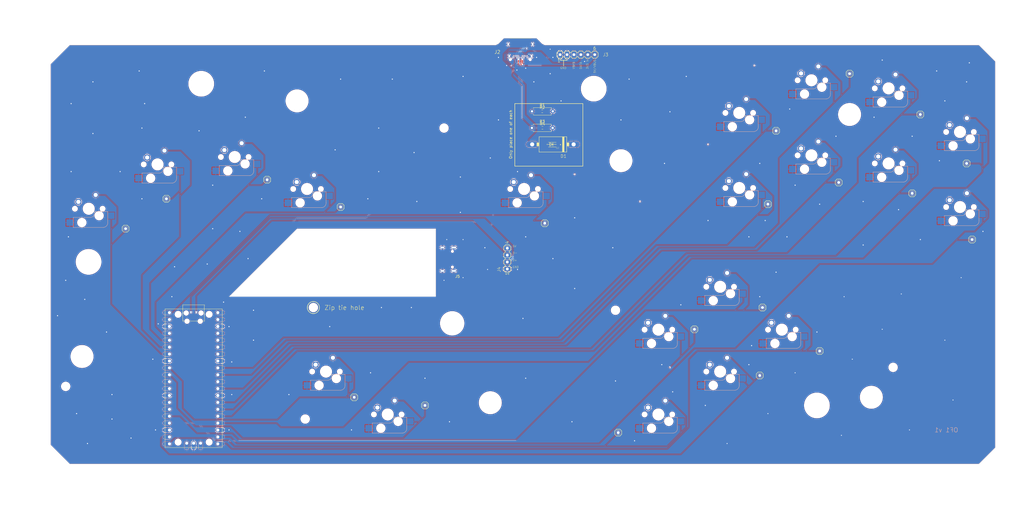
<source format=kicad_pcb>
(kicad_pcb (version 20240108) (generator "pcbnew") (generator_version "8.0")
  (layers (0 "F.Cu" signal) (31 "B.Cu" signal) (34 "B.Paste" user) (35 "F.Paste" user) (36 "B.SilkS" user "B.Silkscreen") (37 "F.SilkS" user "F.Silkscreen") (38 "B.Mask" user) (39 "F.Mask" user) (44 "Edge.Cuts" user))
  (net 0 "")
  (net 1 "GND")
  (net 2 "+5V")
  (net 6 "/START")
  (net 8 "/RIGHT")
  (net 9 "/DOWN")
  (net 10 "/LEFT")
  (net 11 "/L")
  (net 12 "/M1")
  (net 17 "/C_UP")
  (net 18 "/C_LT")
  (net 19 "/A")
  (net 20 "/C_DN")
  (net 21 "/C_RT")
  (net 22 "/UP")
  (net 23 "/MS")
  (net 24 "/Z")
  (net 25 "V+")
  (net 26 "/LS")
  (net 27 "VCC")
  (net 28 "/M2")
  (net 29 "/X")
  (net 30 "/Y")
  (net 31 "/B")
  (net 32 "/R")
  (net 33 "/DATA")
  (net 42 "/D-")
  (net 43 "Net-(J2-PadA5)")
  (net 47 "Net-(J2-PadB5)")
  (net 50 "/D+")
  (footprint "OF1 v1:MA04-1" (layer "F.Cu") (at 142.745065 107.7536 90)
    (property "Reference" "J4")
    (property "Value" "MA04-1")
  )
  (footprint "OF1 v1:MX-BOTH" (layer "F.Cu") (at 282.8411 72.7576 180)
    (property "Reference" "U$15" (hide yes))
    (property "Value" "MX-B" (hide yes))
  )
  (footprint "OF1 v1:1X01" (layer "F.Cu") (at 264.5011 79.7536)
    (property "Reference" "JP11" (hide yes))
    (property "Value" "PINHD-1X1")
  )
  (footprint "OF1 v1:MX-BOTH" (layer "F.Cu") (at 282.8411 45.1476 180)
    (property "Reference" "U$11" (hide yes))
    (property "Value" "MX-B" (hide yes))
  )
  (footprint "OF1 v1:1X01" (layer "F.Cu") (at 238.5011 87.7536)
    (property "Reference" "JP10" (hide yes))
    (property "Value" "PINHD-1X1")
  )
  (footprint "OF1 v1:MX-BOTH" (layer "F.Cu") (at 220.9531 118.1176 180)
    (property "Reference" "U$17" (hide yes))
    (property "Value" "MX-B" (hide yes))
  )
  (footprint "OF1 v1:1X01" (layer "F.Cu") (at 81.5011 88.7536)
    (property "Reference" "JP5" (hide yes))
    (property "Value" "PINHD-1X1")
  )
  (footprint "OF1 v1:MX-BOTH" (layer "F.Cu") (at 76.1331 149.3026 180)
    (property "Reference" "U$6" (hide yes))
    (property "Value" "MX-B" (hide yes))
  )
  (footprint "OF1 v1:DO201-15" (layer "F.Cu") (at 159.5011 65.7536 180)
    (property "Reference" "D1")
    (property "Value" "1N5400")
  )
  (footprint "" (layer "F.Cu") (at 174.5011 45.2536)
    (property "Reference" "@HOLE11" (hide yes))
    (property "Value" "")
  )
  (footprint "" (layer "F.Cu") (at 184.5011 71.7536)
    (property "Reference" "@HOLE8" (hide yes))
    (property "Value" "")
  )
  (footprint "" (layer "F.Cu") (at 68.5011 166.7536)
    (property "Reference" "@HOLE0" (hide yes))
    (property "Value" "")
  )
  (footprint "OF1 v1:MX-BOTH" (layer "F.Cu") (at 220.9531 149.3026 180)
    (property "Reference" "U$20" (hide yes))
    (property "Value" "MX-B" (hide yes))
  )
  (footprint "OF1 v1:SOD3715X145N" (layer "F.Cu") (at 159.290214 65.844142 180)
    (property "Reference" "D2")
    (property "Value" "1N5819HW-7-F")
  )
  (footprint "OF1 v1:1X01" (layer "F.Cu") (at 211.5011 133.7536)
    (property "Reference" "JP18" (hide yes))
    (property "Value" "PINHD-1X1")
  )
  (footprint "" (layer "F.Cu") (at 136.5011 160.7536)
    (property "Reference" "@HOLE9" (hide yes))
    (property "Value" "")
  )
  (footprint "Resistor_SMD:R_0603_1608Metric" (layer "F.Cu") (at 155.576379 53.595091)
    (property "Reference" "R2")
    (property "Value" "5.1k")
  )
  (footprint "OF1 v1:MX-BOTH" (layer "F.Cu") (at 254.4861 42.1726 180)
    (property "Reference" "U$10" (hide yes))
    (property "Value" "MX-B" (hide yes))
  )
  (footprint "OF1 v1:1X01" (layer "F.Cu") (at 86.5011 158.7536)
    (property "Reference" "JP6" (hide yes))
    (property "Value" "PINHD-1X1")
  )
  (footprint "" (layer "F.Cu") (at 122.5011 131.5536)
    (property "Reference" "@HOLE14" (hide yes))
    (property "Value" "")
  )
  (footprint "OF1 v1:1X01" (layer "F.Cu") (at 311.5011 72.7536)
    (property "Reference" "JP14" (hide yes))
    (property "Value" "PINHD-1X1")
  )
  (footprint "OF1 v1:1X01" (layer "F.Cu") (at 54.5011 78.7536)
    (property "Reference" "JP4" (hide yes))
    (property "Value" "PINHD-1X1")
  )
  (footprint "OF1 v1:MX-BOTH" (layer "F.Cu") (at 227.9681 81.7776 180)
    (property "Reference" "U$13" (hide yes))
    (property "Value" "MX-B" (hide yes))
  )
  (footprint "OF1 v1:1X01" (layer "F.Cu") (at 241.5011 60.7536)
    (property "Reference" "JP9" (hide yes))
    (property "Value" "PINHD-1X1")
  )
  (footprint "shou han 24P type-c:24P" (layer "F.Cu") (at 147.568981 35.1536 180)
    (property "Reference" "J2")
    (property "Value" "MOLEX2171830001")
  )
  (footprint "OF1 v1:MX-BOTH" (layer "F.Cu") (at -11.0339 89.4176 180)
    (property "Reference" "U$1" (hide yes))
    (property "Value" "MX-B" (hide yes))
  )
  (footprint "OF1 v1:MX-BOTH" (layer "F.Cu") (at 198.2661 165.0726 180)
    (property "Reference" "U$21" (hide yes))
    (property "Value" "MX-B" (hide yes))
  )
  (footprint "OF1 v1:1X01" (layer "F.Cu") (at 291.5011 83.7536)
    (property "Reference" "JP16" (hide yes))
    (property "Value" "PINHD-1X1")
  )
  (footprint "OF1 v1:MX-BOTH" (layer "F.Cu") (at 14.2461 73.1146 180)
    (property "Reference" "U$2" (hide yes))
    (property "Value" "MX-B" (hide yes))
  )
  (footprint "OF1 v1:MX-BOTH" (layer "F.Cu") (at 42.6021 70.3886 180)
    (property "Reference" "U$4" (hide yes))
    (property "Value" "MX-B" (hide yes))
  )
  (footprint "" (layer "F.Cu") (at 30.3011 43.4536)
    (property "Reference" "@HOLE13" (hide yes))
    (property "Value" "")
  )
  (footprint "" (layer "F.Cu") (at 284.5011 147.7536)
    (property "Reference" "@HOLE1" (hide yes))
    (property "Value" "")
  )
  (footprint "OF1 v1:1X01" (layer "F.Cu") (at 235.5011 150.7536)
    (property "Reference" "JP20" (hide yes))
    (property "Value" "PINHD-1X1")
  )
  (footprint "OF1 v1:MX-BOTH" (layer "F.Cu") (at 98.8211 165.0716 180)
    (property "Reference" "U$7" (hide yes))
    (property "Value" "MX-B" (hide yes))
  )
  (footprint "OF1 v1:1X01" (layer "F.Cu") (at 294.5011 54.7536)
    (property "Reference" "JP13" (hide yes))
    (property "Value" "PINHD-1X1")
  )
  (footprint "OF1 v1:MX-BOTH" (layer "F.Cu") (at 243.6101 133.8876 180)
    (property "Reference" "U$19" (hide yes))
    (property "Value" "MX-B" (hide yes))
  )
  (footprint "OF1 v1:1X01" (layer "F.Cu") (at 236.5011 125.7536)
    (property "Reference" "JP17" (hide yes))
    (property "Value" "PINHD-1X1")
  )
  (footprint "OF1 v1:1X01" (layer "F.Cu") (at 268.5011 39.7536)
    (property "Reference" "JP12" (hide yes))
    (property "Value" "PINHD-1X1")
  )
  (footprint "" (layer "F.Cu") (at -19.4989 154.7536)
    (property "Reference" "@HOLE2" (hide yes))
    (property "Value" "")
  )
  (footprint "Resistor_THT:R_Axial_DIN0207_L6.3mm_D2.5mm_P7.62mm_Horizontal" (layer "F.Cu") (at 151.781476 59.692391)
    (property "Reference" "R3")
    (property "Value" "5.1k")
  )
  (footprint "OF1 v1:RPI_PICO_TH" (layer "F.Cu") (at 27.5011 151.7536)
    (property "Reference" "J1" (hide yes))
    (property "Value" "RPI_PICO-TH" (hide yes))
  )
  (footprint "OF1 v1:1X01" (layer "F.Cu") (at 313.5011 100.7536)
    (property "Reference" "JP15" (hide yes))
    (property "Value" "PINHD-1X1")
  )
  (footprint "Resistor_SMD:R_0603_1608Metric" (layer "F.Cu") (at 155.650956 59.663792)
    (property "Reference" "R4")
    (property "Value" "5.1k")
  )
  (footprint "" (layer "F.Cu") (at 119.5011 59.7536)
    (property "Reference" "@HOLE10" (hide yes))
    (property "Value" "")
  )
  (footprint "" (layer "F.Cu") (at 256.5011 161.7536)
    (property "Reference" "@HOLE15" (hide yes))
    (property "Value" "")
  )
  (footprint "" (layer "F.Cu") (at -13.4989 143.7536)
    (property "Reference" "@HOLE6" (hide yes))
    (property "Value" "")
  )
  (footprint "" (layer "F.Cu") (at 71.5011 125.7536)
    (property "Reference" "@HOLE16" (hide yes))
    (property "Value" "")
  )
  (footprint "OF1 v1:MX-BOTH" (layer "F.Cu") (at 69.1741 82.1516 180)
    (property "Reference" "U$5" (hide yes))
    (property "Value" "MX-B" (hide yes))
  )
  (footprint "OF1 v1:MX-BOTH" (layer "F.Cu") (at 198.2661 133.8876 180)
    (property "Reference" "U$18" (hide yes))
    (property "Value" "MX-B" (hide yes))
  )
  (footprint "" (layer "F.Cu") (at 182.5011 126.7536)
    (property "Reference" "@HOLE3" (hide yes))
    (property "Value" "")
  )
  (footprint "" (layer "F.Cu") (at -11.0989 108.9536)
    (property "Reference" "@HOLE12" (hide yes))
    (property "Value" "")
  )
  (footprint "OF1 v1:MX-BOTH" (layer "F.Cu") (at 309.0641 88.7936 180)
    (property "Reference" "U$16" (hide yes))
    (property "Value" "MX-B" (hide yes))
  )
  (footprint "" (layer "F.Cu") (at 268.5011 54.7536)
    (property "Reference" "@HOLE4" (hide yes))
    (property "Value" "")
  )
  (footprint "OF1 v1:1X01" (layer "F.Cu") (at 112.5011 161.7536)
    (property "Reference" "JP7" (hide yes))
    (property "Value" "PINHD-1X1")
  )
  (footprint "OF1 v1:16P" (layer "F.Cu") (at 118.899393 107.971075 -90)
    (property "Reference" "J5" (hide yes))
    (property "Value" "GT-USB-7010" (hide yes))
  )
  (footprint "OF1 v1:1X01" (layer "F.Cu") (at 2.5011 96.7536)
    (property "Reference" "JP2" (hide yes))
    (property "Value" "PINHD-1X1")
  )
  (footprint "OF1 v1:1X01" (layer "F.Cu") (at 156.5011 94.7536)
    (property "Reference" "JP8" (hide yes))
    (property "Value" "PINHD-1X1")
  )
  (footprint "OF1 v1:MX-BOTH" (layer "F.Cu") (at 309.0641 61.1836 180)
    (property "Reference" "U$12" (hide yes))
    (property "Value" "MX-B" (hide yes))
  )
  (footprint "OF1 v1:MX-BOTH" (layer "F.Cu") (at 227.9681 54.1686 180)
    (property "Reference" "U$9" (hide yes))
    (property "Value" "MX-B" (hide yes))
  )
  (footprint "OF1 v1:1X01" (layer "F.Cu") (at 183.5011 171.7536)
    (property "Reference" "JP21" (hide yes))
    (property "Value" "PINHD-1X1")
  )
  (footprint "OF1 v1:MX-BOTH" (layer "F.Cu") (at 254.4861 69.7826 180)
    (property "Reference" "U$14" (hide yes))
    (property "Value" "MX-B" (hide yes))
  )
  (footprint "OF1 v1:1X01" (layer "F.Cu") (at 257.5011 141.7536)
    (property "Reference" "JP19" (hide yes))
    (property "Value" "PINHD-1X1")
  )
  (footprint "OF1 v1:MA06-1" (layer "F.Cu") (at 168.5011 32.7536)
    (property "Reference" "J3")
    (property "Value" "MA06-1")
  )
  (footprint "" (layer "F.Cu") (at 276.5011 158.7536)
    (property "Reference" "@HOLE5" (hide yes))
    (property "Value" "")
  )
  (footprint "Resistor_THT:R_Axial_DIN0207_L6.3mm_D2.5mm_P7.62mm_Horizontal" (layer "F.Cu") (at 151.826963 53.595091)
    (property "Reference" "R1")
    (property "Value" "5.1k")
  )
  (footprint "" (layer "F.Cu") (at 65.5011 49.7536)
    (property "Reference" "@HOLE7" (hide yes))
    (property "Value" "")
  )
  (footprint "OF1 v1:1X01" (layer "F.Cu") (at 17.5011 85.7536)
    (property "Reference" "JP3" (hide yes))
    (property "Value" "PINHD-1X1")
  )
  (footprint "OF1 v1:MX-BOTH" (layer "F.Cu") (at 148.9061 82.1516 180)
    (property "Reference" "U$8" (hide yes))
    (property "Value" "MX-B" (hide yes))
  )
  (gr_circle (center 71.5011 125.7536) (end 73.737165 125.7536) (stroke (width 0.2)) (fill none) (layer "F.SilkS"))
  (gr_line (start 145.5011 50.7536) (end 170.5011 50.7536) (stroke (width 0.2)) (layer "F.SilkS"))
  (gr_line (start 170.5011 50.7536) (end 170.5011 73.7536) (stroke (width 0.2)) (layer "F.SilkS"))
  (gr_line (start 170.5011 73.7536) (end 145.5011 73.7536) (stroke (width 0.2)) (layer "F.SilkS"))
  (gr_line (start 162.272621 34.794232) (end 164.674246 34.794232) (stroke (width 0.2)) (layer "F.SilkS"))
  (gr_line (start 145.5011 73.7536) (end 145.5011 50.7536) (stroke (width 0.2)) (layer "F.SilkS"))
  (gr_line (start 164.706284 33.815094) (end 164.690587 33.799397) (stroke (width 0.2)) (layer "F.SilkS"))
  (gr_line (start 163.421272 34.948854) (end 163.421272 36.958357) (stroke (width 0.2)) (layer "F.SilkS"))
  (gr_line (start 164.6911 34.802747) (end 164.6911 34.410263) (stroke (width 0.2)) (layer "F.SilkS"))
  (gr_line (start 162.272621 34.378054) (end 162.272621 34.801935) (stroke (width 0.2)) (layer "F.SilkS"))
  (gr_line (start 322.0011 177.2536) (end 316.0011 183.2536) (stroke (width 0.05)) (layer "Edge.Cuts"))
  (gr_line (start 40.5011 121.7536) (end 65.5011 96.7536) (stroke (width 0.05)) (layer "Edge.Cuts"))
  (gr_line (start 153.5011 26.7536) (end 155.5011 28.7536) (stroke (width 0.05)) (layer "Edge.Cuts"))
  (gr_line (start -17.9989 183.2536) (end -24.9989 176.2536) (stroke (width 0.05)) (layer "Edge.Cuts"))
  (gr_line (start 155.5011 28.7536) (end 156.5011 29.2536) (stroke (width 0.05)) (layer "Edge.Cuts"))
  (gr_line (start 316.0011 29.2536) (end 322.0011 35.2536) (stroke (width 0.05)) (layer "Edge.Cuts"))
  (gr_line (start 65.5011 96.7536) (end 116.5011 96.7536) (stroke (width 0.05)) (layer "Edge.Cuts"))
  (gr_line (start -24.9989 36.2536) (end -17.9989 29.2536) (stroke (width 0.05)) (layer "Edge.Cuts"))
  (gr_line (start 116.5011 121.7536) (end 40.5011 121.7536) (stroke (width 0.05)) (layer "Edge.Cuts"))
  (gr_line (start 156.5011 29.2536) (end 316.0011 29.2536) (stroke (width 0.05)) (layer "Edge.Cuts"))
  (gr_line (start -17.9989 29.2536) (end 138.5011 29.2536) (stroke (width 0.05)) (layer "Edge.Cuts"))
  (gr_line (start -24.9989 176.2536) (end -24.9989 36.2536) (stroke (width 0.05)) (layer "Edge.Cuts"))
  (gr_line (start 139.5011 28.7536) (end 141.5011 26.7536) (stroke (width 0.05)) (layer "Edge.Cuts"))
  (gr_line (start 138.5011 29.2536) (end 139.5011 28.7536) (stroke (width 0.05)) (layer "Edge.Cuts"))
  (gr_line (start 322.0011 35.2536) (end 322.0011 177.2536) (stroke (width 0.05)) (layer "Edge.Cuts"))
  (gr_line (start 316.0011 183.2536) (end -17.9989 183.2536) (stroke (width 0.05)) (layer "Edge.Cuts"))
  (gr_line (start 141.5011 26.7536) (end 153.5011 26.7536) (stroke (width 0.05)) (layer "Edge.Cuts"))
  (gr_line (start 116.5011 96.7536) (end 116.5011 121.7536) (stroke (width 0.05)) (layer "Edge.Cuts"))
  (gr_text "OF1 v1" (at 308.5011 171.7536 0) (layer "B.SilkS") (effects (font (size 1.63576 1.63576) (thickness 0.14224)) (justify left bottom mirror)))
  (gr_text "GND" (at 144.650881 111.299857 0) (layer "F.SilkS") (effects (font (size 0.747776 0.747776) (thickness 0.065024)) (justify left bottom)))
  (gr_text "3V3 in" (at 172.633221 38.1 90) (layer "F.SilkS") (effects (font (size 0.747776 0.747776) (thickness 0.065024)) (justify left bottom)))
  (gr_text "5V/VBUS" (at 175.295886 39.57934 90) (layer "F.SilkS") (effects (font (size 0.747776 0.747776) (thickness 0.065024)) (justify left bottom)))
  (gr_text "D-" (at 144.677846 106.109925 0) (layer "F.SilkS") (effects (font (size 0.747776 0.747776) (thickness 0.065024)) (justify left bottom)))
  (gr_text "VSYS" (at 167.5877 38.1 90) (layer "F.SilkS") (effects (font (size 0.747776 0.747776) (thickness 0.065024)) (justify left bottom)))
  (gr_text "DATA" (at 170.2002 38.1 90) (layer "F.SilkS") (effects (font (size 0.747776 0.747776) (thickness 0.065024)) (justify left bottom)))
  (gr_text "GND" (at 162.14999 38.1 0) (layer "F.SilkS") (effects (font (size 0.747776 0.747776) (thickness 0.065024)) (justify left bottom)))
  (gr_text "Only place one of each" (at 143.408369 52.969284 90) (layer "F.SilkS") (effects (font (size 1 1) (thickness 0.14224)) (justify right top)))
  (gr_text "Zip tie hole" (at 75.5011 126.7536 0) (layer "F.SilkS") (effects (font (size 1.63576 1.63576) (thickness 0.14224)) (justify left bottom)))
  (gr_text "5V" (at 144.669718 103.631725 0) (layer "F.SilkS") (effects (font (size 0.747776 0.747776) (thickness 0.065024)) (justify left bottom)))
  (gr_text "D+" (at 144.613209 108.775213 0) (layer "F.SilkS") (effects (font (size 0.747776 0.747776) (thickness 0.065024)) (justify left bottom)))
  (via (at 167.5011 76.7536) (size 0.5524) (drill 0.4) (layers "F.Cu" "B.Cu") (net 0))
  (via (at 216.5011 65.7536) (size 0.5524) (drill 0.4) (layers "F.Cu" "B.Cu") (net 0))
  (via (at 233.5011 36.7536) (size 0.5524) (drill 0.4) (layers "F.Cu" "B.Cu") (net 0))
  (segment (start 144.768981 35.1036) (end 144.818981 35.1536) (width 0.25) (layer "F.Cu") (net 1))
  (segment (start 144.768981 33.9436) (end 144.768981 35.1036) (width 0.25) (layer "F.Cu") (net 1))
  (via (at 273.5011 102.7536) (size 0.5524) (drill 0.4) (layers "F.Cu" "B.Cu") (net 1))
  (via (at 149.5011 151.7536) (size 0.5524) (drill 0.4) (layers "F.Cu" "B.Cu") (net 1))
  (via (at 248.5011 149.7536) (size 0.5024) (drill 0.35) (layers "F.Cu" "B.Cu") (net 1))
  (via (at 20.5011 110.7536) (size 0.5524) (drill 0.4) (layers "F.Cu" "B.Cu") (net 1))
  (via (at 146.271971 38.412382) (size 0.5524) (drill 0.4) (layers "F.Cu" "B.Cu") (net 1))
  (via (at 311.5011 42.7536) (size 0.5524) (drill 0.4) (layers "F.Cu" "B.Cu") (net 1))
  (via (at 266.5011 121.7536) (size 0.5024) (drill 0.35) (layers "F.Cu" "B.Cu") (net 1))
  (via (at -22.4989 128.7536) (size 0.5524) (drill 0.4) (layers "F.Cu" "B.Cu") (net 1))
  (via (at 134.5011 103.7536) (size 0.5524) (drill 0.4) (layers "F.Cu" "B.Cu") (net 1))
  (via (at 29.5011 60.7536) (size 0.5524) (drill 0.4) (layers "F.Cu" "B.Cu") (net 1))
  (via (at 41.5011 145.7536) (size 0.5524) (drill 0.4) (layers "F.Cu" "B.Cu") (net 1))
  (via (at 303.5011 49.7536) (size 0.5524) (drill 0.4) (layers "F.Cu" "B.Cu") (net 1))
  (via (at 317.5011 97.7536) (size 0.5524) (drill 0.4) (layers "F.Cu" "B.Cu") (net 1))
  (via (at 235.5011 72.7536) (size 0.5524) (drill 0.4) (layers "F.Cu" "B.Cu") (net 1))
  (via (at 184.5011 56.7536) (size 0.5524) (drill 0.4) (layers "F.Cu" "B.Cu") (net 1))
  (via (at 263.5011 62.7536) (size 0.5524) (drill 0.4) (layers "F.Cu" "B.Cu") (net 1))
  (via (at 150.705187 32.589207) (size 0.5024) (drill 0.35) (layers "F.Cu" "B.Cu") (net 1))
  (via (at 237.5011 93.7536) (size 0.5524) (drill 0.4) (layers "F.Cu" "B.Cu") (net 1))
  (via (at 200.5011 72.7536) (size 0.5524) (drill 0.4) (layers "F.Cu" "B.Cu") (net 1))
  (via (at 241.5011 112.7536) (size 0.5524) (drill 0.4) (layers "F.Cu" "B.Cu") (net 1))
  (via (at 152.5011 42.7536) (size 0.5524) (drill 0.4) (layers "F.Cu" "B.Cu") (net 1))
  (via (at 312.5011 35.7536) (size 0.5524) (drill 0.4) (layers "F.Cu" "B.Cu") (net 1))
  (via (at 158.5011 39.7536) (size 0.5524) (drill 0.4) (layers "F.Cu" "B.Cu") (net 1))
  (via (at 248.5011 80.7536) (size 0.5524) (drill 0.4) (layers "F.Cu" "B.Cu") (net 1))
  (via (at 0.5011 75.7536) (size 0.5524) (drill 0.4) (layers "F.Cu" "B.Cu") (net 1))
  (via (at 135.5011 111.7536) (size 0.5024) (drill 0.35) (layers "F.Cu" "B.Cu") (net 1))
  (via (at 96.5011 125.7536) (size 0.5524) (drill 0.4) (layers "F.Cu" "B.Cu") (net 1))
  (via (at 9.5011 50.7536) (size 0.5524) (drill 0.4) (layers "F.Cu" "B.Cu") (net 1))
  (via (at 13.5011 170.7536) (size 0.5524) (drill 0.4) (layers "F.Cu" "B.Cu") (net 1))
  (via (at -19.4989 115.7536) (size 0.5524) (drill 0.4) (layers "F.Cu" "B.Cu") (net 1))
  (via (at 189.5011 174.7536) (size 0.5524) (drill 0.4) (layers "F.Cu" "B.Cu") (net 1))
  (via (at 277.5011 55.7536) (size 0.5524) (drill 0.4) (layers "F.Cu" "B.Cu") (net 1))
  (via (at 49.5011 137.7536) (size 0.5524) (drill 0.4) (layers "F.Cu" "B.Cu") (net 1))
  (via (at 303.5011 137.7536) (size 0.5024) (drill 0.35) (layers "F.Cu" "B.Cu") (net 1))
  (via (at -2.4989 166.7536) (size 0.5524) (drill 0.4) (layers "F.Cu" "B.Cu") (net 1))
  (via (at 40.5011 170.7536) (size 0.5524) (drill 0.4) (layers "F.Cu" "B.Cu") (net 1))
  (via (at 41.5011 157.7536) (size 0.5524) (drill 0.4) (layers "F.Cu" "B.Cu") (net 1))
  (via (at 95.5011 75.7536) (size 0.5524) (drill 0.4) (layers "F.Cu" "B.Cu") (net 1))
  (via (at 100.5011 41.7536) (size 0.5524) (drill 0.4) (layers "F.Cu" "B.Cu") (net 1))
  (via (at -11.4989 175.7536) (size 0.5524) (drill 0.4) (layers "F.Cu" "B.Cu") (net 1))
  (via (at 53.5011 38.7536) (size 0.5524) (drill 0.4) (layers "F.Cu" "B.Cu") (net 1))
  (via (at -17.4989 75.7536) (size 0.5524) (drill 0.4) (layers "F.Cu" "B.Cu") (net 1))
  (via (at 7.5011 38.7536) (size 0.5524) (drill 0.4) (layers "F.Cu" "B.Cu") (net 1))
  (via (at 47.5011 107.7536) (size 0.5524) (drill 0.4) (layers "F.Cu" "B.Cu") (net 1))
  (via (at 300.5011 38.7536) (size 0.5524) (drill 0.4) (layers "F.Cu" "B.Cu") (net 1))
  (via (at 273.5011 86.7536) (size 0.5524) (drill 0.4) (layers "F.Cu" "B.Cu") (net 1))
  (via (at 38.5011 123.7536) (size 0.5524) (drill 0.4) (layers "F.Cu" "B.Cu") (net 1))
  (via (at 14.5011 131.7536) (size 0.5524) (drill 0.4) (layers "F.Cu" "B.Cu") (net 1))
  (via (at -18.4989 99.7536) (size 0.5524) (drill 0.4) (layers "F.Cu" "B.Cu") (net 1))
  (via (at 8.5011 59.7536) (size 0.5524) (drill 0.4) (layers "F.Cu" "B.Cu") (net 1))
  (via (at 216.5011 93.7536) (size 0.5524) (drill 0.4) (layers "F.Cu" "B.Cu") (net 1))
  (via (at 265.5011 172.7536) (size 0.5024) (drill 0.35) (layers "F.Cu" "B.Cu") (net 1))
  (via (at 280.5011 133.7536) (size 0.5024) (drill 0.35) (layers "F.Cu" "B.Cu") (net 1))
  (via (at 162.5011 49.7536) (size 0.5524) (drill 0.4) (layers "F.Cu" "B.Cu") (net 1))
  (via (at -15.4989 164.7536) (size 0.5524) (drill 0.4) (layers "F.Cu" "B.Cu") (net 1))
  (via (at 280.5011 34.7536) (size 0.5524) (drill 0.4) (layers "F.Cu" "B.Cu") (net 1))
  (via (at 238.5011 164.7536) (size 0.5024) (drill 0.35) (layers "F.Cu" "B.Cu") (net 1))
  (via (at -9.4989 61.7536) (size 0.5524) (drill 0.4) (layers "F.Cu" "B.Cu") (net 1))
  (via (at 149.5011 37.7536) (size 0.5524) (drill 0.4) (layers "F.Cu" "B.Cu") (net 1))
  (via (at 171.128412 35.252982) (size 0.5524) (drill 0.4) (layers "F.Cu" "B.Cu") (net 1))
  (via (at 199.5011 146.7536) (size 0.5524) (drill 0.4) (layers "F.Cu" "B.Cu") (net 1))
  (via (at 146.5011 111.7536) (size 0.5524) (drill 0.4) (layers "F.Cu" "B.Cu") (net 1))
  (via (at 235.5011 121.7536) (size 0.5524) (drill 0.4) (layers "F.Cu" "B.Cu") (net 1))
  (via (at 159.5011 33.7536) (size 0.5524) (drill 0.4) (layers "F.Cu" "B.Cu") (net 1))
  (via (at 34.5011 96.7536) (size 0.5524) (drill 0.4) (layers "F.Cu" "B.Cu") (net 1))
  (via (at 121.5011 167.7536) (size 0.5524) (drill 0.4) (layers "F.Cu" "B.Cu") (net 1))
  (via (at 287.5011 120.7536) (size 0.5024) (drill 0.35) (layers "F.Cu" "B.Cu") (net 1))
  (via (at 85.5011 170.7536) (size 0.5524) (drill 0.4) (layers "F.Cu" "B.Cu") (net 1))
  (via (at 291.5011 62.7536) (size 0.5524) (drill 0.4) (layers "F.Cu" "B.Cu") (net 1))
  (via (at 202.5011 53.7536) (size 0.5524) (drill 0.4) (layers "F.Cu" "B.Cu") (net 1))
  (via (at -12.4989 122.7536) (size 0.5524) (drill 0.4) (layers "F.Cu" "B.Cu") (net 1))
  (via (at 290.5011 170.7536) (size 0.5024) (drill 0.35) (layers "F.Cu" "B.Cu") (net 1))
  (via (at 257.5011 87.7536) (size 0.5524) (drill 0.4) (layers "F.Cu" "B.Cu") (net 1))
  (via (at 49.5011 126.7536) (size 0.5524) (drill 0.4) (layers "F.Cu" "B.Cu") (net 1))
  (via (at 81.5011 41.7536) (size 0.5524) (drill 0.4) (layers "F.Cu" "B.Cu") (net 1))
  (via (at 232.5011 139.7536) (size 0.5524) (drill 0.4) (layers "F.Cu" "B.Cu") (net 1))
  (via (at 187.5011 41.7536) (size 0.5524) (drill 0.4) (layers "F.Cu" "B.Cu") (net 1))
  (via (at 269.5011 144.7536) (size 0.5024) (drill 0.35) (layers "F.Cu" "B.Cu") (net 1))
  (via (at 203.5011 156.7536) (size 0.5524) (drill 0.4) (layers "F.Cu" "B.Cu") (net 1))
  (via (at 126.5011 100.7536) (size 0.5024) (drill 0.35) (layers "F.Cu" "B.Cu") (net 1))
  (via (at 108.5011 68.7536) (size 0.5524) (drill 0.4) (layers "F.Cu" "B.Cu") (net 1))
  (via (at 158.5011 30.7536) (size 0.5024) (drill 0.35) (layers "F.Cu" "B.Cu") (net 1))
  (via (at 309.5011 114.7536) (size 0.5024) (drill 0.35) (layers "F.Cu" "B.Cu") (net 1))
  (via (at 12.5011 144.7536) (size 0.5524) (drill 0.4) (layers "F.Cu" "B.Cu") (net 1))
  (via (at 166.5011 167.7536) (size 0.5524) (drill 0.4) (layers "F.Cu" "B.Cu") (net 1))
  (via (at 246.5011 52.7536) (size 0.5524) (drill 0.4) (layers "F.Cu" "B.Cu") (net 1))
  (via (at 301.5011 71.7536) (size 0.5524) (drill 0.4) (layers "F.Cu" "B.Cu") (net 1))
  (via (at -17.4989 50.7536) (size 0.5524) (drill 0.4) (layers "F.Cu" "B.Cu") (net 1))
  (via (at 112.5011 151.7536) (size 0.5524) (drill 0.4) (layers "F.Cu" "B.Cu") (net 1))
  (via (at 223.5011 175.7536) (size 0.5024) (drill 0.35) (layers "F.Cu" "B.Cu") (net 1))
  (via (at 245.5011 99.7536) (size 0.5524) (drill 0.4) (layers "F.Cu" "B.Cu") (net 1))
  (via (at 119.5011 115.7536) (size 0.5024) (drill 0.35) (layers "F.Cu" "B.Cu") (net 1))
  (via (at 215.5011 161.7536) (size 0.5524) (drill 0.4) (layers "F.Cu" "B.Cu") (net 1))
  (via (at 182.5011 152.7536) (size 0.5524) (drill 0.4) (layers "F.Cu" "B.Cu") (net 1))
  (via (at 4.5011 173.7536) (size 0.5524) (drill 0.4) (layers "F.Cu" "B.Cu") (net 1))
  (via (at -2.4989 157.7536) (size 0.5524) (drill 0.4) (layers "F.Cu" "B.Cu") (net 1))
  (via (at 91.5011 85.7536) (size 0.5524) (drill 0.4) (layers "F.Cu" "B.Cu") (net 1))
  (via (at 306.5011 159.7536) (size 0.5024) (drill 0.35) (layers "F.Cu" "B.Cu") (net 1))
  (via (at 159.5011 107.7536) (size 0.5524) (drill 0.4) (layers "F.Cu" "B.Cu") (net 1))
  (via (at 44.5011 97.7536) (size 0.5524) (drill 0.4) (layers "F.Cu" "B.Cu") (net 1))
  (via (at 231.5011 99.7536) (size 0.5524) (drill 0.4) (layers "F.Cu" "B.Cu") (net 1))
  (via (at 79.5011 67.7536) (size 0.5524) (drill 0.4) (layers "F.Cu" "B.Cu") (net 1))
  (via (at 153.5011 33.7536) (size 0.5524) (drill 0.4) (layers "F.Cu" "B.Cu") (net 1))
  (via (at 125.5011 90.7536) (size 0.5524) (drill 0.4) (layers "F.Cu" "B.Cu") (net 1))
  (via (at 8.5011 85.7536) (size 0.5524) (drill 0.4) (layers "F.Cu" "B.Cu") (net 1))
  (via (at 120.5011 100.7536) (size 0.5024) (drill 0.35) (layers "F.Cu" "B.Cu") (net 1))
  (via (at 125.5011 77.7536) (size 0.5524) (drill 0.4) (layers "F.Cu" "B.Cu") (net 1))
  (via (at 139.5011 33.7536) (size 0.5524) (drill 0.4) (layers "F.Cu" "B.Cu") (net 1))
  (via (at 294.5011 100.7536) (size 0.5524) (drill 0.4) (layers "F.Cu" "B.Cu") (net 1))
  (via (at 107.5011 125.7536) (size 0.5524) (drill 0.4) (layers "F.Cu" "B.Cu") (net 1))
  (via (at 19.5011 121.7536) (size 0.5524) (drill 0.4) (layers "F.Cu" "B.Cu") (net 1))
  (via (at 142.5011 36.7536) (size 0.5524) (drill 0.4) (layers "F.Cu" "B.Cu") (net 1))
  (via (at 167.5011 92.7536) (size 0.5524) (drill 0.4) (layers "F.Cu" "B.Cu") (net 1))
  (via (at 95.5011 59.7536) (size 0.5524) (drill 0.4) (layers "F.Cu" "B.Cu") (net 1))
  (via (at 46.5011 55.7536) (size 0.5524) (drill 0.4) (layers "F.Cu" "B.Cu") (net 1))
  (via (at 77.5011 132.7536) (size 0.5524) (drill 0.4) (layers "F.Cu" "B.Cu") (net 1))
  (via (at 52.5011 85.7536) (size 0.5524) (drill 0.4) (layers "F.Cu" "B.Cu") (net 1))
  (via (at 139.5011 56.7536) (size 0.5524) (drill 0.4) (layers "F.Cu" "B.Cu") (net 1))
  (via (at 62.5011 157.7536) (size 0.5524) (drill 0.4) (layers "F.Cu" "B.Cu") (net 1))
  (via (at 126.5011 114.7536) (size 0.5024) (drill 0.35) (layers "F.Cu" "B.Cu") (net 1))
  (via (at 34.5011 80.7536) (size 0.5524) (drill 0.4) (layers "F.Cu" "B.Cu") (net 1))
  (via (at 167.5011 118.7536) (size 0.5524) (drill 0.4) (layers "F.Cu" "B.Cu") (net 1))
  (via (at 146.5011 75.7536) (size 0.5524) (drill 0.4) (layers "F.Cu" "B.Cu") (net 1))
  (via (at 126.5011 40.7536) (size 0.5524) (drill 0.4) (layers "F.Cu" "B.Cu") (net 1))
  (via (at 208.5011 40.7536) (size 0.5524) (drill 0.4) (layers "F.Cu" "B.Cu") (net 1))
  (via (at 231.5011 146.7536) (size 0.5524) (drill 0.4) (layers "F.Cu" "B.Cu") (net 1))
  (via (at 206.5011 124.7536) (size 0.5524) (drill 0.4) (layers "F.Cu" "B.Cu") (net 1))
  (via (at -4.4989 134.7536) (size 0.5524) (drill 0.4) (layers "F.Cu" "B.Cu") (net 1))
  (via (at -9.4989 42.7536) (size 0.5524) (drill 0.4) (layers "F.Cu" "B.Cu") (net 1))
  (via (at 256.5011 134.7536) (size 0.5524) (drill 0.4) (layers "F.Cu" "B.Cu") (net 1))
  (via (at 148.5011 129.7536) (size 0.5524) (drill 0.4) (layers "F.Cu" "B.Cu") (net 1))
  (via (at 181.5011 103.7536) (size 0.5524) (drill 0.4) (layers "F.Cu" "B.Cu") (net 1))
  (via (at 136.5011 70.7536) (size 0.5524) (drill 0.4) (layers "F.Cu" "B.Cu") (net 1))
  (via (at 32.5011 109.7536) (size 0.5524) (drill 0.4) (layers "F.Cu" "B.Cu") (net 1))
  (via (at 149.5011 99.7536) (size 0.5524) (drill 0.4) (layers "F.Cu" "B.Cu") (net 1))
  (via (at 109.5011 86.7536) (size 0.5524) (drill 0.4) (layers "F.Cu" "B.Cu") (net 1))
  (via (at 40.5011 132.7536) (size 0.5524) (drill 0.4) (layers "F.Cu" "B.Cu") (net 1))
  (via (at 92.5011 149.7536) (size 0.5524) (drill 0.4) (layers "F.Cu" "B.Cu") (net 1))
  (via (at 286.5011 89.7536) (size 0.5524) (drill 0.4) (layers "F.Cu" "B.Cu") (net 1))
  (segment (start 132.055068 94.2536) (end 129.5011 94.2536) (width 0.25) (layer "F.Cu") (net 2))
  (segment (start 137.5011 93.7636) (end 137.5011 94.807569) (width 0.25) (layer "F.Cu") (net 2))
  (segment (start 122.5011 109.715835) (end 122.5011 106.186204) (width 0.25) (layer "F.Cu") (net 2))
  (segment (start 148.768981 33.9436) (end 148.81114 33.98576) (width 0.25) (layer "F.Cu") (net 2))
  (segment (start 146.414981 35.2496) (end 146.414981 36.884007) (width 0.25) (layer "F.Cu") (net 2))
  (segment (start 147.0551 37.524125) (end 147.0551 70.1996) (width 0.25) (layer "F.Cu") (net 2))
  (segment (start 137.5011 94.807569) (end 135.055068 97.2536) (width 0.25) (layer "F.Cu") (net 2))
  (segment (start 135.055068 97.2536) (end 132.055068 94.2536) (width 0.25) (layer "F.Cu") (net 2))
  (segment (start 141.745065 103.9436) (end 136.055068 98.2536) (width 0.25) (layer "F.Cu") (net 2))
  (segment (start 146.414981 36.884007) (end 147.0551 37.524125) (width 0.25) (layer "F.Cu") (net 2))
  (segment (start 122.5011 106.186204) (end 123.116228 105.571075) (width 0.25) (layer "F.Cu") (net 2))
  (segment (start 148.81114 35.14576) (end 148.818981 35.1536) (width 0.25) (layer "F.Cu") (net 2))
  (segment (start 123.699393 105.571075) (end 126.683625 105.571075) (width 0.25) (layer "F.Cu") (net 2))
  (segment (start 123.699393 110.371075) (end 123.15634 110.371075) (width 0.25) (layer "F.Cu") (net 2))
  (segment (start 126.683625 105.571075) (end 129.5011 102.7536) (width 0.25) (layer "F.Cu") (net 2))
  (segment (start 148.81114 33.98576) (end 148.81114 35.14576) (width 0.25) (layer "F.Cu") (net 2))
  (segment (start 123.15634 110.371075) (end 122.5011 109.715835) (width 0.25) (layer "F.Cu") (net 2))
  (segment (start 36.3911 127.6236) (end 36.3911 123.8636) (width 0.25) (layer "F.Cu") (net 2))
  (segment (start 123.116228 105.571075) (end 123.699393 105.571075) (width 0.25) (layer "F.Cu") (net 2))
  (segment (start 146.318981 35.1536) (end 146.316431 35.15105) (width 0.25) (layer "F.Cu") (net 2))
  (segment (start 141.745065 103.9436) (end 142.745065 103.9436) (width 0.25) (layer "F.Cu") (net 2))
  (segment (start 129.5011 102.7536) (end 129.5011 94.2536) (width 0.25) (layer "F.Cu") (net 2))
  (segment (start 147.0551 70.1996) (end 137.5011 79.7536) (width 0.25) (layer "F.Cu") (net 2))
  (segment (start 129.5011 94.2536) (end 66.0011 94.2536) (width 0.25) (layer "F.Cu") (net 2))
  (segment (start 146.368981 33.9436) (end 146.316431 33.99615) (width 0.25) (layer "F.Cu") (net 2))
  (segment (start 137.5011 79.7536) (end 137.5011 93.7636) (width 0.25) (layer "F.Cu") (net 2))
  (segment (start 146.316431 33.99615) (end 146.316431 35.15105) (width 0.25) (layer "F.Cu") (net 2))
  (segment (start 146.318981 35.1536) (end 146.414981 35.2496) (width 0.25) (layer "F.Cu") (net 2))
  (segment (start 136.055068 98.2536) (end 135.055068 97.2536) (width 0.25) (layer "F.Cu") (net 2))
  (segment (start 66.0011 94.2536) (end 36.3911 123.8636) (width 0.25) (layer "F.Cu") (net 2))
  (segment (start 172.451353 36.803347) (end 174.8511 34.4036) (width 0.25) (layer "B.Cu") (net 2))
  (segment (start 148.768981 33.9436) (end 148.768981 36.535466) (width 0.25) (layer "B.Cu") (net 2))
  (segment (start 146.368981 33.9436) (end 146.368981 36.137197) (width 0.25) (layer "B.Cu") (net 2))
  (segment (start 148.768981 36.535466) (end 148.5011 36.803347) (width 0.25) (layer "B.Cu") (net 2))
  (segment (start 148.5011 36.803347) (end 172.451353 36.803347) (width 0.25) (layer "B.Cu") (net 2))
  (segment (start 147.035131 36.803347) (end 148.5011 36.803347) (width 0.25) (layer "B.Cu") (net 2))
  (segment (start 146.368981 36.137197) (end 147.035131 36.803347) (width 0.25) (layer "B.Cu") (net 2))
  (segment (start 174.8511 34.4036) (end 174.8511 32.7536) (width 0.25) (layer "B.Cu") (net 2))
  (segment (start 152.5011 93.7536) (end 154.5011 91.7536) (width 0.25) (layer "B.Cu") (net 6))
  (segment (start 55.5011 91.7536) (end 19.6311 127.6236) (width 0.25) (layer "B.Cu") (net 6))
  (segment (start 157.5011 85.0316) (end 157.1611 84.6916) (width 0.25) (layer "B.Cu") (net 6))
  (segment (start 159.5011 81.7536) (end 154.8191 77.0716) (width 0.25) (layer "B.Cu") (net 6))
  (segment (start 154.8191 77.0716) (end 151.4461 77.0716) (width 0.25) (layer "B.Cu") (net 6))
  (segment (start 159.5011 86.7536) (end 159.5011 81.7536) (width 0.25) (layer "B.Cu") (net 6))
  (segment (start 154.5011 91.7536) (end 55.5011 91.7536) (width 0.25) (layer "B.Cu") (net 6))
  (segment (start 156.5011 94.7536) (end 155.5011 93.7536) (width 0.25) (layer "B.Cu") (net 6))
  (segment (start 157.5011 88.7536) (end 159.5011 86.7536) (width 0.25) (layer "B.Cu") (net 6))
  (segment (start 155.5011 93.7536) (end 152.5011 93.7536) (width 0.25) (layer "B.Cu") (net 6))
  (segment (start 18.6111 127.6236) (end 19.6311 127.6236) (width 0.25) (layer "B.Cu") (net 6))
  (segment (start 157.5011 88.7536) (end 157.5011 85.0316) (width 0.25) (layer "B.Cu") (net 6))
  (segment (start 154.5011 91.7536) (end 157.5011 88.7536) (width 0.25) (layer "B.Cu") (net 6))
  (segment (start 81.5011 88.7536) (end 79.5011 90.7536) (width 0.25) (layer "B.Cu") (net 8))
  (segment (start 77.5011 88.7536) (end 79.5011 86.7536) (width 0.25) (layer "B.Cu") (net 8))
  (segment (start 79.5011 81.7536) (end 74.8191 77.0716) (width 0.25) (layer "B.Cu") (net 8))
  (segment (start 15.974813 135.2436) (end 18.6111 135.2436) (width 0.25) (layer "B.Cu") (net 8))
  (segment (start 77.5011 84.7636) (end 77.5011 88.7536) (width 0.25) (layer "B.Cu") (net 8))
  (segment (start 75.5011 90.7536) (end 46.5011 90.7536) (width 0.25) (layer "B.Cu") (net 8))
  (segment (start 13.5011 132.769888) (end 15.974813 135.2436) (width 0.25) (layer "B.Cu") (net 8))
  (segment (start 79.5011 86.7536) (end 79.5011 81.7536) (width 0.25) (layer "B.Cu") (net 8))
  (segment (start 13.5011 123.7536) (end 13.5011 132.769888) (width 0.25) (layer "B.Cu") (net 8))
  (segment (start 75.5011 90.7536) (end 77.5011 88.7536) (width 0.25) (layer "B.Cu") (net 8))
  (segment (start 74.8191 77.0716) (end 71.7141 77.0716) (width 0.25) (layer "B.Cu") (net 8))
  (segment (start 77.5011 84.7636) (end 77.4291 84.6916) (width 0.25) (layer "B.Cu") (net 8))
  (segment (start 46.5011 90.7536) (end 13.5011 123.7536) (width 0.25) (layer "B.Cu") (net 8))
  (segment (start 79.5011 90.7536) (end 75.5011 90.7536) (width 0.25) (layer "B.Cu") (net 8))
  (segment (start 49.0561 65.3086) (end 45.1421 65.3086) (width 0.25) (layer "B.Cu") (net 9))
  (segment (start 53.5011 74.7536) (end 53.5011 69.7536) (width 0.25) (layer "B.Cu") (net 9))
  (segment (start 53.5011 69.7536) (end 49.0561 65.3086) (width 0.25) (layer "B.Cu") (net 9))
  (segment (start 50.8571 72.9286) (end 50.8571 77.3976) (width 0.25) (layer "B.Cu") (net 9))
  (segment (start 47.5011 80.7536) (end 11.5011 116.7536) (width 0.25) (layer "B.Cu") (net 9))
  (segment (start 11.5011 116.7536) (end 11.5011 133.7536) (width 0.25) (layer "B.Cu") (net 9))
  (segment (start 15.5311 137.7836) (end 18.6111 137.7836) (width 0.25) (layer "B.Cu") (net 9))
  (segment (start 11.5011 133.7536) (end 15.5311 137.7836) (width 0.25) (layer "B.Cu") (net 9))
  (segment (start 50.8571 77.3976) (end 47.5011 80.7536) (width 0.25) (layer "B.Cu") (net 9))
  (segment (start 52.5011 80.7536) (end 47.5011 80.7536) (width 0.25) (layer "B.Cu") (net 9))
  (segment (start 50.8571 77.3976) (end 53.5011 74.7536) (width 0.25) (layer "B.Cu") (net 9))
  (segment (start 54.5011 78.7536) (end 52.5011 80.7536) (width 0.25) (layer "B.Cu") (net 9))
  (segment (start 8.5011 113.7536) (end 8.5011 133.7536) (width 0.25) (layer "B.Cu") (net 10))
  (segment (start 19.5011 85.7536) (end 17.5011 85.7536) (width 0.25) (layer "B.Cu") (net 10))
  (segment (start 22.7821 68.0346) (end 26.5011 71.7536) (width 0.25) (layer "B.Cu") (net 10))
  (segment (start 15.079054 140.331553) (end 18.603147 140.331553) (width 0.25) (layer "B.Cu") (net 10))
  (segment (start 26.5011 80.7536) (end 22.5011 84.7536) (width 0.25) (layer "B.Cu") (net 10))
  (segment (start 8.5011 113.7536) (end 22.5011 99.7536) (width 0.25) (layer "B.Cu") (net 10))
  (segment (start 26.5011 71.7536) (end 26.5011 80.7536) (width 0.25) (layer "B.Cu") (net 10))
  (segment (start 22.5011 99.7536) (end 22.5011 84.7536) (width 0.25) (layer "B.Cu") (net 10))
  (segment (start 8.5011 133.7536) (end 15.079054 140.331553) (width 0.25) (layer "B.Cu") (net 10))
  (segment (start 22.5011 82.7536) (end 22.5011 75.6546) (width 0.25) (layer "B.Cu") (net 10))
  (segment (start 22.5011 82.7536) (end 19.5011 85.7536) (width 0.25) (layer "B.Cu") (net 10))
  (segment (start 18.603147 140.331553) (end 18.6111 140.3236) (width 0.25) (layer "B.Cu") (net 10))
  (segment (start 22.5011 84.7536) (end 22.5011 82.7536) (width 0.25) (layer "B.Cu") (net 10))
  (segment (start 16.7861 68.0346) (end 22.7821 68.0346) (width 0.25) (layer "B.Cu") (net 10))
  (segment (start -2.7789 91.9576) (end -2.7789 97.0336) (width 0.25) (layer "B.Cu") (net 11))
  (segment (start -0.4989 88.7536) (end -4.9149 84.3376) (width 0.25) (layer "B.Cu") (net 11))
  (segment (start -2.7789 100.7536) (end -2.7789 102.7536) (width 0.25) (layer "B.Cu") (net 11))
  (segment (start -2.7789 124.4736) (end 15.6111 142.8636) (width 0.25) (layer "B.Cu") (net 11))
  (segment (start 2.5011 97.4736) (end -2.7789 102.7536) (width 0.25) (layer "B.Cu") (net 11))
  (segment (start 15.6111 142.8636) (end 18.6111 142.8636) (width 0.25) (layer "B.Cu") (net 11))
  (segment (start -2.7789 102.7536) (end -2.7789 124.4736) (width 0.25) (layer "B.Cu") (net 11))
  (segment (start -2.7789 97.0336) (end -0.4989 94.7536) (width 0.25) (layer "B.Cu") (net 11))
  (segment (start -0.4989 94.7536) (end -0.4989 88.7536) (width 0.25) (layer "B.Cu") (net 11))
  (segment (start 2.5011 96.7536) (end 2.5011 97.4736) (width 0.25) (layer "B.Cu") (net 11))
  (segment (start -2.7789 100.7536) (end -2.7789 97.0336) (width 0.25) (layer "B.Cu") (net 11))
  (segment (start -4.9149 84.3376) (end -8.4939 84.3376) (width 0.25) (layer "B.Cu") (net 11))
  (segment (start 86.5011 155.6406) (end 86.5011 149.7536) (width 0.25) (layer "B.Cu") (net 12))
  (segment (start 66.5011 158.7536) (end 58.273166 166.981534) (width 0.25) (layer "B.Cu") (net 12))
  (segment (start 23.5011 162.7536) (end 23.5011 152.8336) (width 0.25) (layer "B.Cu") (net 12))
  (segment (start 84.3881 151.8426) (end 84.3881 157.7536) (width 0.25) (layer "B.Cu") (net 12))
  (segment (start 80.9701 144.2226) (end 78.6731 144.2226) (width 0.25) (layer "B.Cu") (net 12))
  (segment (start 84.3881 157.8666) (end 83.5011 158.7536) (width 0.25) (layer "B.Cu") (net 12))
  (segment (start 27.729035 166.981534) (end 23.5011 162.7536) (width 0.25) (layer "B.Cu") (net 12))
  (segment (start 83.5011 158.7536) (end 66.5011 158.7536) (width 0.25) (layer "B.Cu") (net 12))
  (segment (start 23.5011 152.8336) (end 18.6111 147.9436) (width 0.25) (layer "B.Cu") (net 12))
  (segment (start 58.273166 166.981534) (end 27.729035 166.981534) (width 0.25) (layer "B.Cu") (net 12))
  (segment (start 84.3881 157.7536) (end 84.3881 157.8666) (width 0.25) (layer "B.Cu") (net 12))
  (segment (start 86.5011 149.7536) (end 80.9701 144.2226) (width 0.25) (layer "B.Cu") (net 12))
  (segment (start 84.3881 157.7536) (end 86.5011 155.6406) (width 0.25) (layer "B.Cu") (net 12))
  (segment (start 86.5011 158.7536) (end 83.5011 158.7536) (width 0.25) (layer "B.Cu") (net 12))
  (segment (start 145.8281 174.4266) (end 193.5011 126.7536) (width 0.25) (layer "B.Cu") (net 17))
  (segment (start 226.7851 113.0376) (end 231.5011 117.7536) (width 0.25) (layer "B.Cu") (net 17))
  (segment (start 229.5011 126.7536) (end 231.5011 124.7536) (width 0.25) (layer "B.Cu") (net 17))
  (segment (start 229.5011 120.9506) (end 229.2081 120.6576) (width 0.25) (layer "B.Cu") (net 17))
  (segment (start 18.6111 165.7236) (end 22.4711 165.7236) (width 0.25) (layer "B.Cu") (net 17))
  (segment (start 145.8281 174.4266) (end 44.1741 174.4266) (width 0.25) (layer "B.Cu") (net 17))
  (segment (start 226.5011 126.7536) (end 229.5011 123.7536) (width 0.25) (layer "B.Cu") (net 17))
  (segment (start 28.717532 171.970031) (end 22.4711 165.7236) (width 0.25) (layer "B.Cu") (net 17))
  (segment (start 229.5011 126.7536) (end 226.5011 126.7536) (width 0.25) (layer "B.Cu") (net 17))
  (segment (start 229.5011 123.7536) (end 229.5011 120.9506) (width 0.25) (layer "B.Cu") (net 17))
  (segment (start 223.4931 113.0376) (end 226.7851 113.0376) (width 0.25) (layer "B.Cu") (net 17))
  (segment (start 44.1741 174.4266) (end 41.717532 171.970031) (width 0.25) (layer "B.Cu") (net 17))
  (segment (start 235.5011 126.7536) (end 229.5011 126.7536) (width 0.25) (layer "B.Cu") (net 17))
  (segment (start 236.5011 125.7536) (end 235.5011 126.7536) (width 0.25) (layer "B.Cu") (net 17))
  (segment (start 231.5011 117.7536) (end 231.5011 124.7536) (width 0.25) (layer "B.Cu") (net 17))
  (segment (start 41.717532 171.970031) (end 28.717532 171.970031) (width 0.25) (layer "B.Cu") (net 17))
  (segment (start 193.5011 126.7536) (end 226.5011 126.7536) (width 0.25) (layer "B.Cu") (net 17))
  (segment (start 29.0111 168.2636) (end 18.6111 168.2636) (width 0.25) (layer "F.Cu") (net 18))
  (segment (start 35.5011 174.7536) (end 29.0111 168.2636) (width 0.25) (layer "F.Cu") (net 18))
  (segment (start 202.5011 147.7536) (end 175.5011 174.7536) (width 0.25) (layer "F.Cu") (net 18))
  (segment (start 175.5011 174.7536) (end 35.5011 174.7536) (width 0.25) (layer "F.Cu") (net 18))
  (via (at 202.5011 147.7536) (size 0.5524) (drill 0.4) (layers "F.Cu" "B.Cu") (net 18))
  (segment (start 211.5011 133.7536) (end 211.5011 138.7536) (width 0.25) (layer "B.Cu") (net 18))
  (segment (start 203.5551 128.8076) (end 200.8061 128.8076) (width 0.25) (layer "B.Cu") (net 18))
  (segment (start 209.5011 134.7536) (end 203.5551 128.8076) (width 0.25) (layer "B.Cu") (net 18))
  (segment (start 206.5211 136.4276) (end 206.5211 143.7336) (width 0.25) (layer "B.Cu") (net 18))
  (segment (start 211.5011 138.7536) (end 209.5011 140.7536) (width 0.25) (layer "B.Cu") (net 18))
  (segment (start 209.5011 140.7536) (end 209.5011 134.7536) (width 0.25) (layer "B.Cu") (net 18))
  (segment (start 209.5011 140.7536) (end 206.5211 143.7336) (width 0.25) (layer "B.Cu") (net 18))
  (segment (start 206.5211 143.7336) (end 202.5011 147.7536) (width 0.25) (layer "B.Cu") (net 18))
  (segment (start 206.5011 179.7536) (end 18.5011 179.7536) (width 0.25) (layer "B.Cu") (net 19))
  (segment (start 229.2081 152.4606) (end 229.2081 151.8426) (width 0.25) (layer "B.Cu") (net 19))
  (segment (start 233.5011 152.7536) (end 224.9701 144.2226) (width 0.25) (layer "B.Cu") (net 19))
  (segment (start 18.5011 179.7536) (end 15.5011 176.7536) (width 0.25) (layer "B.Cu") (net 19))
  (segment (start 231.5011 154.7536) (end 229.2081 152.4606) (width 0.25) (layer "B.Cu") (net 19))
  (segment (start 15.5011 176.7536) (end 15.5011 173.7536) (width 0.25) (layer "B.Cu") (net 19))
  (segment (start 233.5011 152.7536) (end 231.5011 154.7536) (width 0.25) (layer "B.Cu") (net 19))
  (segment (start 235.5011 150.7536) (end 233.5011 152.7536) (width 0.25) (layer "B.Cu") (net 19))
  (segment (start 224.9701 144.2226) (end 223.4931 144.2226) (width 0.25) (layer "B.Cu") (net 19))
  (segment (start 231.5011 154.7536) (end 206.5011 179.7536) (width 0.25) (layer "B.Cu") (net 19))
  (segment (start 15.5011 173.7536) (end 15.9111 173.3436) (width 0.25) (layer "B.Cu") (net 19))
  (segment (start 15.9111 173.3436) (end 18.6111 173.3436) (width 0.25) (layer "B.Cu") (net 19))
  (segment (start 20.5011 173.7536) (end 34.5011 173.7536) (width 0.25) (layer "B.Cu") (net 20))
  (segment (start 183.5011 171.7536) (end 178.5011 176.7536) (width 0.25) (layer "B.Cu") (net 20))
  (segment (start 178.5011 176.7536) (end 201.5011 176.7536) (width 0.25) (layer "B.Cu") (net 20))
  (segment (start 206.5211 167.6126) (end 206.5211 171.7336) (width 0.25) (layer "B.Cu") (net 20))
  (segment (start 42.5011 176.7536) (end 178.5011 176.7536) (width 0.25) (layer "B.Cu") (net 20))
  (segment (start 40.375079 174.627578) (end 42.5011 176.7536) (width 0.25) (layer "B.Cu") (net 20))
  (segment (start 18.6111 175.8836) (end 18.6111 175.6436) (width 0.25) (layer "B.Cu") (net 20))
  (segment (start 20.5011 173.7536) (end 18.6111 175.6436) (width 0.25) (layer "B.Cu") (net 20))
  (segment (start 202.7401 159.9926) (end 200.8061 159.9926) (width 0.25) (layer "B.Cu") (net 20))
  (segment (start 208.5011 165.7536) (end 202.7401 159.9926) (width 0.25) (layer "B.Cu") (net 20))
  (segment (start 206.5211 171.7336) (end 208.5011 169.7536) (width 0.25) (layer "B.Cu") (net 20))
  (segment (start 34.5011 173.7536) (end 35.375079 174.627578) (width 0.25) (layer "B.Cu") (net 20))
  (segment (start 35.375079 174.627578) (end 40.375079 174.627578) (width 0.25) (layer "B.Cu") (net 20))
  (segment (start 201.5011 176.7536) (end 206.5211 171.7336) (width 0.25) (layer "B.Cu") (net 20))
  (segment (start 208.5011 169.7536) (end 208.5011 165.7536) (width 0.25) (layer "B.Cu") (net 20))
  (segment (start 251.859096 136.433604) (end 251.8651 136.4276) (width 0.25) (layer "B.Cu") (net 21))
  (segment (start 251.859096 140.395603) (end 251.859096 136.433604) (width 0.25) (layer "B.Cu") (net 21))
  (segment (start 252.5011 141.7536) (end 254.5011 139.7536) (width 0.25) (layer "B.Cu") (net 21))
  (segment (start 209.5011 144.7536) (end 209.5011 169.7536) (width 0.25) (layer "B.Cu") (net 21))
  (segment (start 249.5551 128.8076) (end 246.1501 128.8076) (width 0.25) (layer "B.Cu") (net 21))
  (segment (start 209.5011 169.7536) (end 201.5011 177.7536) (width 0.25) (layer "B.Cu") (net 21))
  (segment (start 257.5011 141.7536) (end 252.5011 141.7536) (width 0.25) (layer "B.Cu") (net 21))
  (segment (start 39.5011 175.7536) (end 36.5211 175.7536) (width 0.25) (layer "B.Cu") (net 21))
  (segment (start 41.5011 177.7536) (end 39.5011 175.7536) (width 0.25) (layer "B.Cu") (net 21))
  (segment (start 250.5011 141.7536) (end 212.5011 141.7536) (width 0.25) (layer "B.Cu") (net 21))
  (segment (start 252.5011 141.7536) (end 250.5011 141.7536) (width 0.25) (layer "B.Cu") (net 21))
  (segment (start 36.5211 175.7536) (end 36.3911 175.8836) (width 0.25) (layer "B.Cu") (net 21))
  (segment (start 212.5011 141.7536) (end 209.5011 144.7536) (width 0.25) (layer "B.Cu") (net 21))
  (segment (start 201.5011 177.7536) (end 41.5011 177.7536) (width 0.25) (layer "B.Cu") (net 21))
  (segment (start 254.5011 133.7536) (end 249.5551 128.8076) (width 0.25) (layer "B.Cu") (net 21))
  (segment (start 250.5011 141.7536) (end 251.859096 140.395603) (width 0.25) (layer "B.Cu") (net 21))
  (segment (start 251.859096 140.395603) (end 251.8651 140.3896) (width 0.25) (layer "B.Cu") (net 21))
  (segment (start 254.5011 139.7536) (end 254.5011 133.7536) (width 0.25) (layer "B.Cu") (net 21))
  (segment (start 317.5011 91.5156) (end 317.5011 94.7536) (width 0.25) (layer "B.Cu") (net 22))
  (segment (start 307.7001 100.9526) (end 310.8991 97.7536) (width 0.25) (layer "B.Cu") (net 22))
  (segment (start 317.5011 94.7536) (end 319.5011 92.7536) (width 0.25) (layer "B.Cu") (net 22))
  (segment (start 43.5011 175.7536) (end 176.5011 175.7536) (width 0.25) (layer "B.Cu") (net 22))
  (segment (start 313.4611 83.7136) (end 311.6041 83.7136) (width 0.25) (layer "B.Cu") (net 22))
  (segment (start 319.5011 92.7536) (end 319.5011 89.7536) (width 0.25) (layer "B.Cu") (net 22))
  (segment (start 257.5011 109.7536) (end 226.5011 140.7536) (width 0.25) (layer "B.Cu") (net 22))
  (segment (start 314.5011 97.7536) (end 317.5011 94.7536) (width 0.25) (layer "B.Cu") (net 22))
  (segment (start 313.3021 100.9526) (end 307.7001 100.9526) (width 0.25) (layer "B.Cu") (net 22))
  (segment (start 211.5011 140.7536) (end 176.5011 175.7536) (width 0.25) (layer "B.Cu") (net 22))
  (segment (start 36.3911 173.3436) (end 41.0911 173.3436) (width 0.25) (layer "B.Cu") (net 22))
  (segment (start 313.5011 100.7536) (end 313.3021 100.9526) (width 0.25) (layer "B.Cu") (net 22))
  (segment (start 41.0911 173.3436) (end 43.5011 175.7536) (width 0.25) (layer "B.Cu") (net 22))
  (segment (start 310.8991 97.7536) (end 314.5011 97.7536) (width 0.25) (layer "B.Cu") (net 22))
  (segment (start 307.7001 100.9526) (end 298.8991 109.7536) (width 0.25) (layer "B.Cu") (net 22))
  (segment (start 319.5011 89.7536) (end 313.4611 83.7136) (width 0.25) (layer "B.Cu") (net 22))
  (segment (start 226.5011 140.7536) (end 211.5011 140.7536) (width 0.25) (layer "B.Cu") (net 22))
  (segment (start 298.8991 109.7536) (end 257.5011 109.7536) (width 0.25) (layer "B.Cu") (net 22))
  (segment (start 36.392266 173.344765) (end 36.3911 173.3436) (width 0.25) (layer "B.Cu") (net 22))
  (segment (start 317.5011 91.5156) (end 317.3191 91.3336) (width 0.25) (layer "B.Cu") (net 22))
  (segment (start 317.3191 74.7536) (end 317.3191 75.9356) (width 0.25) (layer "B.Cu") (net 23))
  (segment (start 317.3191 63.7236) (end 317.3191 73.7536) (width 0.25) (layer "B.Cu") (net 23))
  (segment (start 58.0111 168.2636) (end 59.5011 169.7536) (width 0.25) (layer "B.Cu") (net 23))
  (segment (start 273.5011 107.7536) (end 210.5011 107.7536) (width 0.25) (layer "B.Cu") (net 23))
  (segment (start 36.3911 168.2636) (end 58.0111 168.2636) (width 0.25) (layer "B.Cu") (net 23))
  (segment (start 311.5011 72.7536) (end 316.3191 72.7536) (width 0.25) (layer "B.Cu") (net 23))
  (segment (start 311.5011 81.7536) (end 299.5011 81.7536) (width 0.25) (layer "B.Cu") (net 23))
  (segment (start 317.3191 74.7536) (end 319.5011 72.5716) (width 0.25) (layer "B.Cu") (net 23))
  (segment (start 316.3191 72.7536) (end 317.3191 73.7536) (width 0.25) (layer "B.Cu") (net 23))
  (segment (start 172.5011 145.7536) (end 210.5011 107.7536) (width 0.25) (layer "B.Cu") (net 23))
  (segment (start 106.5011 145.7536) (end 172.5011 145.7536) (width 0.25) (layer "B.Cu") (net 23))
  (segment (start 319.5011 60.7536) (end 314.8511 56.1036) (width 0.25) (layer "B.Cu") (net 23))
  (segment (start 317.3191 73.7536) (end 317.3191 74.7536) (width 0.25) (layer "B.Cu") (net 23))
  (segment (start 299.5011 81.7536) (end 273.5011 107.7536) (width 0.25) (layer "B.Cu") (net 23))
  (segment (start 59.5011 169.7536) (end 82.5011 169.7536) (width 0.25) (layer "B.Cu") (net 23))
  (segment (start 314.8511 56.1036) (end 311.6041 56.1036) (width 0.25) (layer "B.Cu") (net 23))
  (segment (start 319.5011 72.5716) (end 319.5011 60.7536) (width 0.25) (layer "B.Cu") (net 23))
  (segment (start 82.5011 169.7536) (end 106.5011 145.7536) (width 0.25) (layer "B.Cu") (net 23))
  (segment (start 317.3191 75.9356) (end 311.5011 81.7536) (width 0.25) (layer "B.Cu") (net 23))
  (segment (start 288.4251 67.6776) (end 285.3811 67.6776) (width 0.25) (layer "B.Cu") (net 24))
  (segment (start 293.5011 72.7536) (end 288.4251 67.6776) (width 0.25) (layer "B.Cu") (net 24))
  (segment (start 36.3911 165.7236) (end 41.5311 165.7236) (width 0.25) (layer "B.Cu") (net 24))
  (segment (start 209.5011 106.7536) (end 263.5011 106.7536) (width 0.25) (layer "B.Cu") (net 24))
  (segment (start 293.5011 72.7536) (end 293.5011 76.7536) (width 0.25) (layer "B.Cu") (net 24))
  (segment (start 41.5311 165.7236) (end 65.5011 141.7536) (width 0.25) (layer "B.Cu") (net 24))
  (segment (start 263.5011 106.7536) (end 286.5011 83.7536) (width 0.25) (layer "B.Cu") (net 24))
  (segment (start 293.5011 76.7536) (end 291.0961 79.1586) (width 0.25) (layer "B.Cu") (net 24))
  (segment (start 286.5011 83.7536) (end 291.0961 79.1586) (width 0.25) (layer "B.Cu") (net 24))
  (segment (start 65.5011 141.7536) (end 174.5011 141.7536) (width 0.25) (layer "B.Cu") (net 24))
  (segment (start 174.5011 141.7536) (end 209.5011 106.7536) (width 0.25) (layer "B.Cu") (net 24))
  (segment (start 291.5011 83.7536) (end 286.5011 83.7536) (width 0.25) (layer "B.Cu") (net 24))
  (segment (start 291.0961 75.2976) (end 291.0961 79.1586) (width 0.25) (layer "B.Cu") (net 24))
  (segment (start 150.496193 36.424941) (end 155.177678 36.424941) (width 0.25) (layer "F.Cu") (net 25))
  (segment (start 150.997418 29.695214) (end 155.133951 33.831747) (width 0.25) (layer "F.Cu") (net 25))
  (segment (start 149.818981 35.1536) (end 149.818981 35.747729) (width 0.25) (layer "F.Cu") (net 25))
  (segment (start 155.133951 33.831747) (end 157.770872 33.831747) (width 0.25) (layer "F.Cu") (net 25))
  (segment (start 172.3111 32.113016) (end 172.3111 32.7536) (width 0.25) (layer "F.Cu") (net 25))
  (segment (start 159.849018 31.7536) (end 160.997034 30.605585) (width 0.25) (layer "F.Cu") (net 25))
  (segment (start 160.997034 30.605585) (end 170.803668 30.605585) (width 0.25) (layer "F.Cu") (net 25))
  (segment (start 145.168981 33.2436) (end 145.168981 33.085719) (width 0.25) (layer "F.Cu") (net 25))
  (segment (start 172.3111 32.113016) (end 170.803668 30.605585) (width 0.25) (layer "F.Cu") (net 25))
  (segment (start 149.818981 35.747729) (end 150.496193 36.424941) (width 0.25) (layer "F.Cu") (net 25))
  (segment (start 148.559486 29.695214) (end 150.997418 29.695214) (width 0.25) (layer "F.Cu") (net 25))
  (segment (start 157.770872 33.831747) (end 159.849018 31.7536) (width 0.25) (layer "F.Cu") (net 25))
  (segment (start 155.177678 36.424941) (end 157.770872 33.831747) (width 0.25) (layer "F.Cu") (net 25))
  (segment (start 157.519672 65.7536) (end 157.610214 65.844142) (width 0.25) (layer "F.Cu") (net 25))
  (segment (start 151.8811 65.7536) (end 157.519672 65.7536) (width 0.25) (layer "F.Cu") (net 25))
  (segment (start 145.168981 33.085719) (end 148.559486 29.695214) (width 0.25) (layer "F.Cu") (net 25))
  (segment (start 145.168981 33.326075) (end 145.5011 33.658194) (width 0.25) (layer "B.Cu") (net 25))
  (segment (start 153.440053 60.999854) (end 153.440053 58.689902) (width 0.25) (layer "B.Cu") (net 25))
  (segment (start 145.127793 39.331838) (end 149.5011 43.705144) (width 0.25) (layer "B.Cu") (net 25))
  (segment (start 150.664764 63.775143) (end 153.440053 60.999854) (width 0.25) (layer "B.Cu") (net 25))
  (segment (start 145.168981 33.2436) (end 145.164881 33.2477) (width 0.25) (layer "B.Cu") (net 25))
  (segment (start 145.127793 36.126907) (end 145.127793 39.331838) (width 0.25) (layer "B.Cu") (net 25))
  (segment (start 149.5011 43.705144) (end 149.5011 54.750949) (width 0.25) (layer "B.Cu") (net 25))
  (segment (start 145.5011 35.7536) (end 145.127793 36.126907) (width 0.25) (layer "B.Cu") (net 25))
  (segment (start 150.664764 64.537264) (end 150.664764 63.775143) (width 0.25) (layer "B.Cu") (net 25))
  (segment (start 145.5011 33.658194) (end 145.5011 35.7536) (width 0.25) (layer "B.Cu") (net 25))
  (segment (start 150.5011 65.7536) (end 151.8811 65.7536) (width 0.25) (layer "B.Cu") (net 25))
  (segment (start 145.168981 33.2436) (end 145.168981 33.326075) (width 0.25) (layer "B.Cu") (net 25))
  (segment (start 151.8811 65.7536) (end 150.664764 64.537264) (width 0.25) (layer "B.Cu") (net 25))
  (segment (start 153.440053 58.689902) (end 149.5011 54.750949) (width 0.25) (layer "B.Cu") (net 25))
  (segment (start 42.0711 163.1836) (end 64.5011 140.7536) (width 0.25) (layer "B.Cu") (net 26))
  (segment (start 245.5011 105.7536) (end 271.5011 79.7536) (width 0.25) (layer "B.Cu") (net 26))
  (segment (start 291.0961 51.1586) (end 291.0961 47.6876) (width 0.25) (layer "B.Cu") (net 26))
  (segment (start 293.5011 45.7536) (end 287.8151 40.0676) (width 0.25) (layer "B.Cu") (net 26))
  (segment (start 291.0961 51.1586) (end 293.5011 48.7536) (width 0.25) (layer "B.Cu") (net 26))
  (segment (start 173.5011 140.7536) (end 208.5011 105.7536) (width 0.25) (layer "B.Cu") (net 26))
  (segment (start 293.5011 48.7536) (end 293.5011 45.7536) (width 0.25) (layer "B.Cu") (net 26))
  (segment (start 287.8151 40.0676) (end 285.3811 40.0676) (width 0.25) (layer "B.Cu") (net 26))
  (segment (start 271.5011 79.7536) (end 271.5011 70.7536) (width 0.25) (layer "B.Cu") (net 26))
  (segment (start 294.5011 54.7536) (end 287.5011 54.7536) (width 0.25) (layer "B.Cu") (net 26))
  (segment (start 64.5011 140.7536) (end 173.5011 140.7536) (width 0.25) (layer "B.Cu") (net 26))
  (segment (start 208.5011 105.7536) (end 245.5011 105.7536) (width 0.25) (layer "B.Cu") (net 26))
  (segment (start 36.3911 163.1836) (end 42.0711 163.1836) (width 0.25) (layer "B.Cu") (net 26))
  (segment (start 271.5011 70.7536) (end 287.5011 54.7536) (width 0.25) (layer "B.Cu") (net 26))
  (segment (start 287.5011 54.7536) (end 291.0961 51.1586) (width 0.25) (layer "B.Cu") (net 26))
  (segment (start 123.1211 118.7536) (end 111.7111 130.1636) (width 0.25) (layer "F.Cu") (net 27))
  (segment (start 167.134818 35.894807) (end 167.134818 65.739882) (width 0.25) (layer "F.Cu") (net 27))
  (segment (start 167.134818 32.849882) (end 167.134818 35.894807) (width 0.25) (layer "F.Cu") (net 27))
  (segment (start 167.134818 65.739882) (end 167.1211 65.7536) (width 0.25) (layer "F.Cu") (net 27))
  (segment (start 173.5011 72.1336) (end 173.5011 100.7536) (width 0.25) (layer "F.Cu") (net 27))
  (segment (start 167.1211 65.7536) (end 173.5011 72.1336) (width 0.25) (layer "F.Cu") (net 27))
  (segment (start 173.5011 100.7536) (end 155.5011 118.7536) (width 0.25) (layer "F.Cu") (net 27))
  (segment (start 167.030558 65.844142) (end 167.1211 65.7536) (width 0.25) (layer "F.Cu") (net 27))
  (segment (start 155.5011 118.7536) (end 123.1211 118.7536) (width 0.25) (layer "F.Cu") (net 27))
  (segment (start 160.970214 65.844142) (end 167.030558 65.844142) (width 0.25) (layer "F.Cu") (net 27))
  (segment (start 167.1211 32.8636) (end 167.2311 32.7536) (width 0.25) (layer "F.Cu") (net 27))
  (segment (start 167.2311 32.7536) (end 167.134818 32.849882) (width 0.25) (layer "F.Cu") (net 27))
  (segment (start 111.7111 130.1636) (end 36.3911 130.1636) (width 0.25) (layer "F.Cu") (net 27))
  (via (at 191.5011 86.7536) (size 0.5524) (drill 0.4) (layers "F.Cu" "B.Cu") (net 28))
  (segment (start 111.5011 166.7536) (end 110.5011 167.7536) (width 0.25) (layer "B.Cu") (net 28))
  (segment (start 28.231591 169.48409) (end 41.231591 169.48409) (width 0.25) (layer "B.Cu") (net 28))
  (segment (start 21.5011 162.7536) (end 28.231591 169.48409) (width 0.25) (layer "B.Cu") (net 28))
  (segment (start 111.5011 166.7536) (end 104.7391 159.9916) (width 0.25) (layer "B.Cu") (net 28))
  (segment (start 107.2181 167.7536) (end 110.5011 167.7536) (width 0.25) (layer "B.Cu") (net 28))
  (segment (start 107.2181 167.7536) (end 107.0761 167.6116) (width 0.25) (layer "B.Cu") (net 28))
  (segment (start 112.5011 165.7536) (end 111.5011 166.7536) (width 0.25) (layer "B.Cu") (net 28))
  (segment (start 104.7391 159.9916) (end 101.3611 159.9916) (width 0.25) (layer "B.Cu") (net 28))
  (segment (start 45.5011 173.7536) (end 104.5011 173.7536) (width 0.25) (layer "B.Cu") (net 28))
  (segment (start 18.6111 150.4836) (end 21.5011 153.3736) (width 0.25) (layer "B.Cu") (net 28))
  (segment (start 21.5011 153.3736) (end 21.5011 162.7536) (width 0.25) (layer "B.Cu") (net 28))
  (segment (start 112.5011 161.7536) (end 112.5011 165.7536) (width 0.25) (layer "B.Cu") (net 28))
  (segment (start 41.231591 169.48409) (end 45.5011 173.7536) (width 0.25) (layer "B.Cu") (net 28))
  (segment (start 110.5011 167.7536) (end 104.5011 173.7536) (width 0.25) (layer "B.Cu") (net 28))
  (segment (start 262.7411 72.3226) (end 262.7411 76.5136) (width 0.25) (layer "B.Cu") (net 29))
  (segment (start 199.5011 104.7536) (end 234.5011 104.7536) (width 0.25) (layer "B.Cu") (net 29))
  (segment (start 264.5011 79.7536) (end 259.5011 79.7536) (width 0.25) (layer "B.Cu") (net 29))
  (segment (start 262.7411 76.5136) (end 265.5011 73.7536) (width 0.25) (layer "B.Cu") (net 29))
  (segment (start 234.5011 104.7536) (end 259.5011 79.7536) (width 0.25) (layer "B.Cu") (net 29))
  (segment (start 265.5011 73.7536) (end 265.5011 70.7536) (width 0.25) (layer "B.Cu") (net 29))
  (segment (start 63.5011 139.7536) (end 164.5011 139.7536) (width 0.25) (layer "B.Cu") (net 29))
  (segment (start 265.5011 70.7536) (end 259.4501 64.7026) (width 0.25) (layer "B.Cu") (net 29))
  (segment (start 259.4501 64.7026) (end 257.0261 64.7026) (width 0.25) (layer "B.Cu") (net 29))
  (segment (start 164.5011 139.7536) (end 199.5011 104.7536) (width 0.25) (layer "B.Cu") (net 29))
  (segment (start 36.3911 160.6436) (end 42.6111 160.6436) (width 0.25) (layer "B.Cu") (net 29))
  (segment (start 42.6111 160.6436) (end 63.5011 139.7536) (width 0.25) (layer "B.Cu") (net 29))
  (segment (start 259.5011 79.7536) (end 262.7411 76.5136) (width 0.25) (layer "B.Cu") (net 29))
  (segment (start 45.6911 155.5636) (end 36.3911 155.5636) (width 0.25) (layer "B.Cu") (net 30))
  (segment (start 163.5011 138.7536) (end 62.5011 138.7536) (width 0.25) (layer "B.Cu") (net 30))
  (segment (start 265.5011 47.7536) (end 265.5011 42.7536) (width 0.25) (layer "B.Cu") (net 30))
  (segment (start 262.7411 50.5136) (end 262.7411 44.7126) (width 0.25) (layer "B.Cu") (net 30))
  (segment (start 265.5011 42.7536) (end 259.8401 37.0926) (width 0.25) (layer "B.Cu") (net 30))
  (segment (start 268.5011 44.7536) (end 265.5011 47.7536) (width 0.25) (layer "B.Cu") (net 30))
  (segment (start 259.8401 37.0926) (end 257.0261 37.0926) (width 0.25) (layer "B.Cu") (net 30))
  (segment (start 268.5011 39.7536) (end 268.5011 44.7536) (width 0.25) (layer "B.Cu") (net 30))
  (segment (start 233.5011 103.7536) (end 198.5011 103.7536) (width 0.25) (layer "B.Cu") (net 30))
  (segment (start 265.5011 47.7536) (end 262.7411 50.5136) (width 0.25) (layer "B.Cu") (net 30))
  (segment (start 198.5011 103.7536) (end 163.5011 138.7536) (width 0.25) (layer "B.Cu") (net 30))
  (segment (start 262.7411 50.5136) (end 242.5011 70.7536) (width 0.25) (layer "B.Cu") (net 30))
  (segment (start 242.5011 94.7536) (end 233.5011 103.7536) (width 0.25) (layer "B.Cu") (net 30))
  (segment (start 242.5011 70.7536) (end 242.5011 94.7536) (width 0.25) (layer "B.Cu") (net 30))
  (segment (start 62.5011 138.7536) (end 45.6911 155.5636) (width 0.25) (layer "B.Cu") (net 30))
  (segment (start 240.5011 89.7536) (end 240.5011 84.7536) (width 0.25) (layer "B.Cu") (net 31))
  (segment (start 162.5011 137.7536) (end 197.5011 102.7536) (width 0.25) (layer "B.Cu") (net 31))
  (segment (start 197.5011 102.7536) (end 223.5011 102.7536) (width 0.25) (layer "B.Cu") (net 31))
  (segment (start 234.5011 91.7536) (end 238.5011 91.7536) (width 0.25) (layer "B.Cu") (net 31))
  (segment (start 48.7711 150.4836) (end 61.5011 137.7536) (width 0.25) (layer "B.Cu") (net 31))
  (segment (start 238.5011 91.7536) (end 240.5011 89.7536) (width 0.25) (layer "B.Cu") (net 31))
  (segment (start 236.2231 90.0316) (end 234.5011 91.7536) (width 0.25) (layer "B.Cu") (net 31))
  (segment (start 236.2231 90.0316) (end 238.5011 87.7536) (width 0.25) (layer "B.Cu") (net 31))
  (segment (start 240.5011 84.7536) (end 232.4451 76.6976) (width 0.25) (layer "B.Cu") (net 31))
  (segment (start 236.2231 84.3176) (end 236.2231 90.0316) (width 0.25) (layer "B.Cu") (net 31))
  (segment (start 223.5011 102.7536) (end 234.5011 91.7536) (width 0.25) (layer "B.Cu") (net 31))
  (segment (start 36.3911 150.4836) (end 48.7711 150.4836) (width 0.25) (layer "B.Cu") (net 31))
  (segment (start 61.5011 137.7536) (end 162.5011 137.7536) (width 0.25) (layer "B.Cu") (net 31))
  (segment (start 232.4451 76.6976) (end 230.5081 76.6976) (width 0.25) (layer "B.Cu") (net 31))
  (segment (start 236.2231 56.7086) (end 236.2231 62.0316) (width 0.25) (layer "B.Cu") (net 32))
  (segment (start 237.5011 60.7536) (end 239.5011 58.7536) (width 0.25) (layer "B.Cu") (net 32))
  (segment (start 239.5011 54.7536) (end 233.8361 49.0886) (width 0.25) (layer "B.Cu") (net 32))
  (segment (start 239.5011 58.7536) (end 239.5011 54.7536) (width 0.25) (layer "B.Cu") (net 32))
  (segment (start 60.5011 136.7536) (end 49.3111 147.9436) (width 0.25) (layer "B.Cu") (net 32))
  (segment (start 49.3111 147.9436) (end 36.3911 147.9436) (width 0.25) (layer "B.Cu") (net 32))
  (segment (start 236.2231 62.0316) (end 161.5011 136.7536) (width 0.25) (layer "B.Cu") (net 32))
  (segment (start 237.5011 60.7536) (end 236.2231 62.0316) (width 0.25) (layer "B.Cu") (net 32))
  (segment (start 241.5011 60.7536) (end 237.5011 60.7536) (width 0.25) (layer "B.Cu") (net 32))
  (segment (start 161.5011 136.7536) (end 60.5011 136.7536) (width 0.25) (layer "B.Cu") (net 32))
  (segment (start 233.8361 49.0886) (end 230.5081 49.0886) (width 0.25) (layer "B.Cu") (net 32))
  (segment (start 34.855379 142.107878) (end 35.6111 142.8636) (width 0.25) (layer "F.Cu") (net 33))
  (segment (start 34.855379 123.399322) (end 34.855379 142.107878) (width 0.25) (layer "F.Cu") (net 33))
  (segment (start 145.318981 35.766125) (end 144.320628 36.764479) (width 0.25) (layer "F.Cu") (net 33))
  (segment (start 145.320628 37.764479) (end 145.320628 38.222766) (width 0.25) (layer "F.Cu") (net 33))
  (segment (start 65.490222 92.764479) (end 34.855379 123.399322) (width 0.25) (layer "F.Cu") (net 33))
  (segment (start 145.318981 35.1536) (end 145.318981 35.766125) (width 0.25) (layer "F.Cu") (net 33))
  (segment (start 144.320628 36.764479) (end 145.320628 37.764479) (width 0.25) (layer "F.Cu") (net 33))
  (segment (start 35.6111 142.8636) (end 36.3911 142.8636) (width 0.25) (layer "F.Cu") (net 33))
  (segment (start 90.778915 92.764479) (end 65.490222 92.764479) (width 0.25) (layer "F.Cu") (net 33))
  (segment (start 145.320628 38.222766) (end 90.778915 92.764479) (width 0.25) (layer "F.Cu") (net 33))
  (via (at 144.320628 36.764479) (size 0.4572) (drill 0.3048) (layers "F.Cu" "B.Cu") (net 33))
  (segment (start 155.188268 31.440769) (end 150.384325 31.440769) (width 0.25) (layer "B.Cu") (net 33))
  (segment (start 144.320628 36.764479) (end 144.320628 36.745291) (width 0.25) (layer "B.Cu") (net 33))
  (segment (start 143.23815 31.566579) (end 148.275434 31.566579) (width 0.25) (layer "B.Cu") (net 33))
  (segment (start 144.320628 36.745291) (end 142.428271 34.852935) (width 0.25) (layer "B.Cu") (net 33))
  (segment (start 168.5011 35.7536) (end 159.5011 35.7536) (width 0.25) (layer "B.Cu") (net 33))
  (segment (start 169.7711 32.7536) (end 169.5011 33.0236) (width 0.25) (layer "B.Cu") (net 33))
  (segment (start 142.428271 34.852935) (end 142.428271 32.376457) (width 0.25) (layer "B.Cu") (net 33))
  (segment (start 169.5011 34.7536) (end 168.5011 35.7536) (width 0.25) (layer "B.Cu") (net 33))
  (segment (start 149.952456 33.2436) (end 149.968981 33.2436) (width 0.25) (layer "B.Cu") (net 33))
  (segment (start 144.331506 36.7536) (end 144.320628 36.764479) (width 0.25) (layer "B.Cu") (net 33))
  (segment (start 159.5011 35.7536) (end 155.188268 31.440769) (width 0.25) (layer "B.Cu") (net 33))
  (segment (start 169.5011 33.0236) (end 169.5011 34.7536) (width 0.25) (layer "B.Cu") (net 33))
  (segment (start 149.266975 32.558119) (end 149.952456 33.2436) (width 0.25) (layer "B.Cu") (net 33))
  (segment (start 150.384325 31.440769) (end 149.266975 32.558119) (width 0.25) (layer "B.Cu") (net 33))
  (segment (start 142.428271 32.376457) (end 143.23815 31.566579) (width 0.25) (layer "B.Cu") (net 33))
  (segment (start 148.275434 31.566579) (end 149.266975 32.558119) (width 0.25) (layer "B.Cu") (net 33))
  (segment (start 147.326196 35.160816) (end 147.318981 35.1536) (width 0.25) (layer "F.Cu") (net 42))
  (segment (start 123.699393 107.221075) (end 123.699387 107.221082) (width 0.25) (layer "F.Cu") (net 42))
  (segment (start 123.699393 107.221075) (end 140.326528 107.221075) (width 0.25) (layer "F.Cu") (net 42))
  (segment (start 147.326196 36.001204) (end 147.326196 35.160816) (width 0.25) (layer "F.Cu") (net 42))
  (segment (start 122.999646 108.223754) (end 123.696715 108.223754) (width 0.25) (layer "F.Cu") (net 42))
  (segment (start 141.064003 106.4836) (end 140.326528 107.221075) (width 0.25) (layer "F.Cu") (net 42))
  (segment (start 123.699387 107.221082) (end 123.006821 107.221082) (width 0.25) (layer "F.Cu") (net 42))
  (segment (start 147.838496 68.813131) (end 161.5011 82.475735) (width 0.25) (layer "F.Cu") (net 42))
  (segment (start 161.5011 96.7536) (end 161.5011 82.475735) (width 0.25) (layer "F.Cu") (net 42))
  (segment (start 147.838496 37.124479) (end 147.838496 68.813131) (width 0.25) (layer "F.Cu") (net 42))
  (segment (start 147.326196 36.001204) (end 147.326196 36.612179) (width 0.25) (layer "F.Cu") (net 42))
  (segment (start 122.8281 107.379563) (end 122.8281 108.052207) (width 0.25) (layer "F.Cu") (net 42))
  (segment (start 123.696715 108.223754) (end 123.699393 108.221075) (width 0.25) (layer "F.Cu") (net 42))
  (segment (start 122.8281 108.052207) (end 122.999646 108.223754) (width 0.25) (layer "F.Cu") (net 42))
  (segment (start 147.326196 36.612179) (end 147.838496 37.124479) (width 0.25) (layer "F.Cu") (net 42))
  (segment (start 122.853203 107.3747) (end 122.832963 107.3747) (width 0.25) (layer "F.Cu") (net 42))
  (segment (start 141.064003 106.4836) (end 142.745065 106.4836) (width 0.25) (layer "F.Cu") (net 42))
  (segment (start 123.006821 107.221082) (end 122.853203 107.3747) (width 0.25) (layer "F.Cu") (net 42))
  (segment (start 122.832963 107.3747) (end 122.8281 107.379563) (width 0.25) (layer "F.Cu") (net 42))
  (segment (start 142.745065 106.4836) (end 151.7711 106.4836) (width 0.25) (layer "F.Cu") (net 42))
  (segment (start 151.7711 106.4836) (end 161.5011 96.7536) (width 0.25) (layer "F.Cu") (net 42))
  (via (at 147.326196 36.001204) (size 0.4572) (drill 0.3048) (layers "F.Cu" "B.Cu") (net 42))
  (segment (start 56.201097 93.7536) (end 28.5011 121.4536) (width 0.25) (layer "B.Cu") (net 42))
  (segment (start 142.745065 106.4836) (end 130.015065 93.7536) (width 0.25) (layer "B.Cu") (net 42))
  (segment (start 28.5011 121.4536) (end 28.5011 127.4536) (width 0.25) (layer "B.Cu") (net 42))
  (segment (start 147.315493 35.9905) (end 147.326196 36.001204) (width 0.25) (layer "B.Cu") (net 42))
  (segment (start 147.968981 33.9436) (end 147.315493 34.597088) (width 0.25) (layer "B.Cu") (net 42))
  (segment (start 147.315493 34.597088) (end 147.315493 35.9905) (width 0.25) (layer "B.Cu") (net 42))
  (segment (start 130.015065 93.7536) (end 56.201097 93.7536) (width 0.25) (layer "B.Cu") (net 42))
  (segment (start 148.786963 41.63127) (end 151.826963 44.67127) (width 0.25) (layer "F.Cu") (net 43))
  (segment (start 151.826963 53.595091) (end 154.751379 53.595091) (width 0.25) (layer "F.Cu") (net 43))
  (segment (start 148.786963 36.321582) (end 148.786963 41.63127) (width 0.25) (layer "F.Cu") (net 43))
  (segment (start 148.318981 35.1536) (end 148.318981 35.8536) (width 0.25) (layer "F.Cu") (net 43))
  (segment (start 151.826963 44.67127) (end 151.826963 53.595091) (width 0.25) (layer "F.Cu") (net 43))
  (segment (start 148.318981 35.8536) (end 148.786963 36.321582) (width 0.25) (layer "F.Cu") (net 43))
  (segment (start 149.532581 30.48) (end 149.86 30.48) (width 0.25) (layer "F.Cu") (net 47))
  (segment (start 146.768981 33.2436) (end 149.532581 30.48) (width 0.25) (layer "F.Cu") (net 47))
  (segment (start 154.797357 59.692391) (end 154.825956 59.663792) (width 0.25) (layer "F.Cu") (net 47))
  (segment (start 151.781476 59.692391) (end 154.797357 59.692391) (width 0.25) (layer "F.Cu") (net 47))
  (via (at 149.86 30.48) (size 0.8) (drill 0.4) (layers "F.Cu" "B.Cu") (net 47))
  (segment (start 149.86 30.48) (end 149.670973 30.290973) (width 0.25) (layer "B.Cu") (net 47))
  (segment (start 144.536621 40.552556) (end 148.2075 44.223435) (width 0.25) (layer "B.Cu") (net 47))
  (segment (start 141.355642 34.725003) (end 143.49326 36.862621) (width 0.25) (layer "B.Cu") (net 47))
  (segment (start 148.2075 44.223435) (end 148.2075 54.991612) (width 0.25) (layer "B.Cu") (net 47))
  (segment (start 143.386685 30.48) (end 141.355642 32.511043) (width 0.25) (layer "B.Cu") (net 47))
  (segment (start 148.2075 56.118415) (end 148.2075 54.991612) (width 0.25) (layer "B.Cu") (net 47))
  (segment (start 149.86 30.48) (end 143.386685 30.48) (width 0.25) (layer "B.Cu") (net 47))
  (segment (start 141.355642 32.511043) (end 141.355642 34.725003) (width 0.25) (layer "B.Cu") (net 47))
  (segment (start 143.49326 36.862621) (end 144.536621 37.905982) (width 0.25) (layer "B.Cu") (net 47))
  (segment (start 151.781476 59.692391) (end 148.2075 56.118415) (width 0.25) (layer "B.Cu") (net 47))
  (segment (start 144.536621 37.905982) (end 144.536621 40.552556) (width 0.25) (layer "B.Cu") (net 47))
  (segment (start 148.281068 36.848769) (end 148.281068 68.527628) (width 0.25) (layer "F.Cu") (net 50))
  (segment (start 162.186068 96.926854) (end 150.089321 109.0236) (width 0.25) (layer "F.Cu") (net 50))
  (segment (start 124.689262 108.020454) (end 124.389884 107.721075) (width 0.25) (layer "F.Cu") (net 50))
  (segment (start 147.818981 34.5936) (end 147.818981 35.1536) (width 0.25) (layer "F.Cu") (net 50))
  (segment (start 123.699393 108.721075) (end 140.592318 108.721075) (width 0.25) (layer "F.Cu") (net 50))
  (segment (start 147.818981 36.386682) (end 148.281068 36.848769) (width 0.25) (layer "F.Cu") (net 50))
  (segment (start 123.699393 108.721075) (end 124.361471 108.721075) (width 0.25) (layer "F.Cu") (net 50))
  (segment (start 124.389884 107.721075) (end 123.699393 107.721075) (width 0.25) (layer "F.Cu") (net 50))
  (segment (start 147.818981 35.1536) (end 147.818981 36.386682) (width 0.25) (layer "F.Cu") (net 50))
  (segment (start 148.281068 68.527628) (end 162.186068 82.432628) (width 0.25) (layer "F.Cu") (net 50))
  (segment (start 162.186068 83.82) (end 162.186068 96.926854) (width 0.25) (layer "F.Cu") (net 50))
  (segment (start 150.089321 109.0236) (end 142.745065 109.0236) (width 0.25) (layer "F.Cu") (net 50))
  (segment (start 162.186068 82.432628) (end 162.186068 83.82) (width 0.25) (layer "F.Cu") (net 50))
  (segment (start 124.361471 108.721075) (end 124.689262 108.393285) (width 0.25) (layer "F.Cu") (net 50))
  (segment (start 140.894843 109.0236) (end 140.592318 108.721075) (width 0.25) (layer "F.Cu") (net 50))
  (segment (start 124.689262 108.393285) (end 124.689262 108.020454) (width 0.25) (layer "F.Cu") (net 50))
  (segment (start 140.894843 109.0236) (end 142.745065 109.0236) (width 0.25) (layer "F.Cu") (net 50))
  (segment (start 147.168981 33.9436) (end 147.818981 34.5936) (width 0.25) (layer "F.Cu") (net 50))
  (segment (start 26.5011 121.7536) (end 26.5011 127.4536) (width 0.25) (layer "B.Cu") (net 50))
  (segment (start 144.808175 107.552575) (end 143.33715 109.0236) (width 0.25) (layer "B.Cu") (net 50))
  (segment (start 144.808175 103.060675) (end 134.5011 92.7536) (width 0.25) (layer "B.Cu") (net 50))
  (segment (start 142.745065 109.0236) (end 143.33715 109.0236) (width 0.25) (layer "B.Cu") (net 50))
  (segment (start 55.5011 92.7536) (end 26.5011 121.7536) (width 0.25) (layer "B.Cu") (net 50))
  (segment (start 144.808175 107.552575) (end 144.808175 103.060675) (width 0.25) (layer "B.Cu") (net 50))
  (segment (start 134.5011 92.7536) (end 55.5011 92.7536) (width 0.25) (layer "B.Cu") (net 50))
  (zone (net 1) (net_name "GND") (layer "F.Cu") (priority 6) (connect_pads (clearance 0.000001)) (min_thickness 0.1) (fill yes (thermal_gap 0.25) (thermal_bridge_width 0.25))
    (polygon (pts (xy 3.542522 13.6536) (xy 327.542521 13.6536) (xy 329.571811 15.682889) (xy 332.6011 18.712179) (xy 332.6011 205.8536) (xy 61.542522 205.8536) (xy 60.542521 206.8536) (xy -29.540321 206.8536) (xy -41.5989 194.795021) (xy -41.5989 20.795022) (xy -43.640321 18.7536) (xy -37.540321 12.6536) (xy 2.542521 12.6536)))
  )
  (zone (net 1) (net_name "GND") (layer "B.Cu") (priority 6) (connect_pads (clearance 0.000001)) (min_thickness 0.1) (fill yes (thermal_gap 0.25) (thermal_bridge_width 0.25))
    (polygon (pts (xy 328.6011 22.712179) (xy 328.6011 194.795021) (xy 323.542521 199.8536) (xy -21.540321 199.8536) (xy -32.5989 188.795021) (xy -32.5989 21.712179) (xy -27.540321 16.6536) (xy 322.542521 16.6536)))
  )
)
</source>
